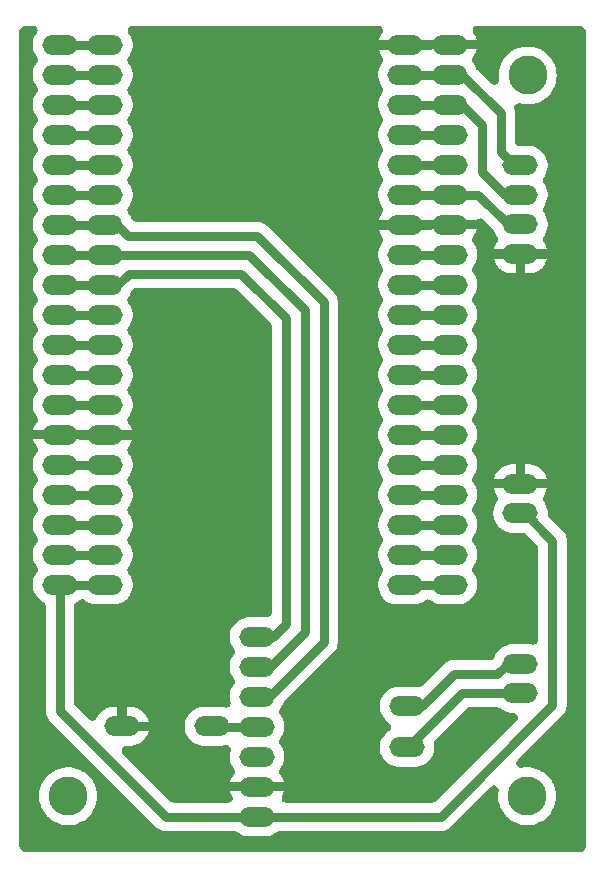
<source format=gbr>
G04 #@! TF.GenerationSoftware,KiCad,Pcbnew,8.0.1-8.0.1-0~ubuntu20.04.1*
G04 #@! TF.CreationDate,2024-10-06T11:07:13+02:00*
G04 #@! TF.ProjectId,multiroomroom_board,6d756c74-6972-46f6-9f6d-726f6f6d5f62,rev?*
G04 #@! TF.SameCoordinates,Original*
G04 #@! TF.FileFunction,Copper,L2,Bot*
G04 #@! TF.FilePolarity,Positive*
%FSLAX46Y46*%
G04 Gerber Fmt 4.6, Leading zero omitted, Abs format (unit mm)*
G04 Created by KiCad (PCBNEW 8.0.1-8.0.1-0~ubuntu20.04.1) date 2024-10-06 11:07:13*
%MOMM*%
%LPD*%
G01*
G04 APERTURE LIST*
G04 #@! TA.AperFunction,ComponentPad*
%ADD10O,3.000000X1.700000*%
G04 #@! TD*
G04 #@! TA.AperFunction,ComponentPad*
%ADD11C,3.300000*%
G04 #@! TD*
G04 #@! TA.AperFunction,Conductor*
%ADD12C,0.800000*%
G04 #@! TD*
G04 APERTURE END LIST*
D10*
G04 #@! TO.P,U2,1,LRC*
G04 #@! TO.N,BCK*
X152146000Y-112739000D03*
G04 #@! TO.P,U2,2,BCLK*
G04 #@! TO.N,LRCK*
X152146000Y-115279000D03*
G04 #@! TO.P,U2,3,DIN*
G04 #@! TO.N,DIN*
X152146000Y-117819000D03*
G04 #@! TO.P,U2,4,GAIN*
G04 #@! TO.N,Net-(U2-GAIN)*
X152146000Y-120359000D03*
G04 #@! TO.P,U2,5,SD*
G04 #@! TO.N,unconnected-(U2-SD-Pad5)*
X152146000Y-122899000D03*
G04 #@! TO.P,U2,6,GND*
G04 #@! TO.N,GND*
X152146000Y-125439000D03*
G04 #@! TO.P,U2,7,VCC*
G04 #@! TO.N,+5V*
X152146000Y-127979000D03*
G04 #@! TO.P,U2,8,OUT-*
G04 #@! TO.N,Net-(J2-Pin_1)*
X164846000Y-118609000D03*
G04 #@! TO.P,U2,9,OUT+*
G04 #@! TO.N,Net-(J2-Pin_2)*
X164846000Y-122109000D03*
G04 #@! TD*
G04 #@! TO.P,J5,1,Pin_1*
G04 #@! TO.N,ENCODER B*
X174447200Y-72836400D03*
G04 #@! TO.P,J5,2,Pin_2*
G04 #@! TO.N,ENCODER A*
X174447200Y-75336400D03*
G04 #@! TO.P,J5,3,Pin_3*
G04 #@! TO.N,ENCODER SW*
X174447200Y-77836400D03*
G04 #@! TO.P,J5,4,Pin_4*
G04 #@! TO.N,GND*
X174447200Y-80336400D03*
G04 #@! TD*
D11*
G04 #@! TO.P,REF\u002A\u002A,*
G04 #@! TO.N,*
X175050000Y-65225000D03*
G04 #@! TD*
G04 #@! TO.P,REF\u002A\u002A,*
G04 #@! TO.N,*
X136144000Y-126238000D03*
G04 #@! TD*
D10*
G04 #@! TO.P,R1,1*
G04 #@! TO.N,GND*
X140707000Y-120325000D03*
G04 #@! TO.P,R1,2*
G04 #@! TO.N,Net-(U2-GAIN)*
X148327000Y-120325000D03*
G04 #@! TD*
D11*
G04 #@! TO.P,REF\u002A\u002A,*
G04 #@! TO.N,*
X175006000Y-126238000D03*
G04 #@! TD*
D10*
G04 #@! TO.P,U1,1,3V3*
G04 #@! TO.N,+3.3V*
X139297280Y-62639120D03*
G04 #@! TO.P,U1,2,CHIP_PU*
G04 #@! TO.N,EN*
X139297280Y-65179120D03*
G04 #@! TO.P,U1,3,SENSOR_VP/GPIO36/ADC1_CH0*
G04 #@! TO.N,SENSOR_VP*
X139297280Y-67719120D03*
G04 #@! TO.P,U1,4,SENSOR_VN/GPIO39/ADC1_CH3*
G04 #@! TO.N,SENSOR_VN*
X139297280Y-70259120D03*
G04 #@! TO.P,U1,5,VDET_1/GPIO34/ADC1_CH6*
G04 #@! TO.N,D34*
X139297280Y-72799120D03*
G04 #@! TO.P,U1,6,VDET_2/GPIO35/ADC1_CH7*
G04 #@! TO.N,D35*
X139297280Y-75339120D03*
G04 #@! TO.P,U1,7,32K_XP/GPIO32/ADC1_CH4*
G04 #@! TO.N,DIN*
X139297280Y-77879120D03*
G04 #@! TO.P,U1,8,32K_XN/GPIO33/ADC1_CH5*
G04 #@! TO.N,LRCK*
X139297280Y-80419120D03*
G04 #@! TO.P,U1,9,DAC_1/ADC2_CH8/GPIO25*
G04 #@! TO.N,BCK*
X139297280Y-82959120D03*
G04 #@! TO.P,U1,10,DAC_2/ADC2_CH9/GPIO26*
G04 #@! TO.N,D26*
X139297280Y-85499120D03*
G04 #@! TO.P,U1,11,ADC2_CH7/GPIO27*
G04 #@! TO.N,D27*
X139297280Y-88039120D03*
G04 #@! TO.P,U1,12,MTMS/GPIO14/ADC2_CH6*
G04 #@! TO.N,D14*
X139297280Y-90579120D03*
G04 #@! TO.P,U1,13,MTDI/GPIO12/ADC2_CH5*
G04 #@! TO.N,D12*
X139297280Y-93119120D03*
G04 #@! TO.P,U1,14,GND*
G04 #@! TO.N,GND*
X139297280Y-95659120D03*
G04 #@! TO.P,U1,15,MTCK/GPIO13/ADC2_CH4*
G04 #@! TO.N,D13*
X139297280Y-98199120D03*
G04 #@! TO.P,U1,16,SD_DATA2/GPIO9*
G04 #@! TO.N,SD2*
X139297280Y-100739120D03*
G04 #@! TO.P,U1,17,SD_DATA3/GPIO10*
G04 #@! TO.N,SD3*
X139297280Y-103279120D03*
G04 #@! TO.P,U1,18,CMD*
G04 #@! TO.N,CMD*
X139297280Y-105819120D03*
G04 #@! TO.P,U1,19,5V*
G04 #@! TO.N,+5V*
X139297280Y-108359120D03*
G04 #@! TO.P,U1,20,SD_CLK/GPIO6*
G04 #@! TO.N,CLK*
X164693600Y-108356400D03*
G04 #@! TO.P,U1,21,SD_DATA0/GPIO7*
G04 #@! TO.N,SD0*
X164693600Y-105816400D03*
G04 #@! TO.P,U1,22,SD_DATA1/GPIO8*
G04 #@! TO.N,SD1*
X164697280Y-103279120D03*
G04 #@! TO.P,U1,23,MTDO/GPIO15/ADC2_CH3*
G04 #@! TO.N,D15*
X164697280Y-100739120D03*
G04 #@! TO.P,U1,24,ADC2_CH2/GPIO2*
G04 #@! TO.N,D2*
X164697280Y-98199120D03*
G04 #@! TO.P,U1,25,GPIO0/BOOT/ADC2_CH1*
G04 #@! TO.N,D0*
X164697280Y-95659120D03*
G04 #@! TO.P,U1,26,ADC2_CH0/GPIO4*
G04 #@! TO.N,DISLAY CS*
X164697280Y-93119120D03*
G04 #@! TO.P,U1,27,GPIO16*
G04 #@! TO.N,D16*
X164697280Y-90579120D03*
G04 #@! TO.P,U1,28,GPIO17*
G04 #@! TO.N,D17*
X164697280Y-88039120D03*
G04 #@! TO.P,U1,29,GPIO5*
G04 #@! TO.N,DISLAY DC*
X164697280Y-85499120D03*
G04 #@! TO.P,U1,30,GPIO18*
G04 #@! TO.N,DISPLAY CLK*
X164697280Y-82959120D03*
G04 #@! TO.P,U1,31,GPIO19*
G04 #@! TO.N,DISPLAY DATA*
X164697280Y-80419120D03*
G04 #@! TO.P,U1,32,GND*
G04 #@! TO.N,GND*
X164697280Y-77879120D03*
G04 #@! TO.P,U1,33,GPIO21*
G04 #@! TO.N,ENCODER SW*
X164697280Y-75339120D03*
G04 #@! TO.P,U1,34,U0RXD/GPIO3*
G04 #@! TO.N,RX*
X164697280Y-72799120D03*
G04 #@! TO.P,U1,35,U0TXD/GPIO1*
G04 #@! TO.N,TX*
X164697280Y-70259120D03*
G04 #@! TO.P,U1,36,GPIO22*
G04 #@! TO.N,ENCODER A*
X164697280Y-67719120D03*
G04 #@! TO.P,U1,37,GPIO23*
G04 #@! TO.N,ENCODER B*
X164697280Y-65179120D03*
G04 #@! TO.P,U1,38,GND*
G04 #@! TO.N,GND*
X164697280Y-62639120D03*
G04 #@! TD*
G04 #@! TO.P,J2,1,Pin_1*
G04 #@! TO.N,Net-(J2-Pin_1)*
X174447200Y-115025000D03*
G04 #@! TO.P,J2,2,Pin_2*
G04 #@! TO.N,Net-(J2-Pin_2)*
X174447200Y-117525000D03*
G04 #@! TD*
G04 #@! TO.P,J7,1,Pin_1*
G04 #@! TO.N,GND*
X168485000Y-62611880D03*
G04 #@! TO.P,J7,2,Pin_2*
G04 #@! TO.N,ENCODER B*
X168485000Y-65151880D03*
G04 #@! TO.P,J7,3,Pin_3*
G04 #@! TO.N,ENCODER A*
X168485000Y-67691880D03*
G04 #@! TO.P,J7,4,Pin_4*
G04 #@! TO.N,TX*
X168485000Y-70231880D03*
G04 #@! TO.P,J7,5,Pin_5*
G04 #@! TO.N,RX*
X168485000Y-72771880D03*
G04 #@! TO.P,J7,6,Pin_6*
G04 #@! TO.N,ENCODER SW*
X168485000Y-75311880D03*
G04 #@! TO.P,J7,7,Pin_7*
G04 #@! TO.N,GND*
X168485000Y-77851880D03*
G04 #@! TO.P,J7,8,Pin_8*
G04 #@! TO.N,DISPLAY DATA*
X168485000Y-80391880D03*
G04 #@! TO.P,J7,9,Pin_9*
G04 #@! TO.N,DISPLAY CLK*
X168485000Y-82931880D03*
G04 #@! TO.P,J7,10,Pin_10*
G04 #@! TO.N,DISLAY DC*
X168485000Y-85471880D03*
G04 #@! TO.P,J7,11,Pin_11*
G04 #@! TO.N,D17*
X168485000Y-88011880D03*
G04 #@! TO.P,J7,12,Pin_12*
G04 #@! TO.N,D16*
X168485000Y-90551880D03*
G04 #@! TO.P,J7,13,Pin_13*
G04 #@! TO.N,DISLAY CS*
X168485000Y-93091880D03*
G04 #@! TO.P,J7,14,Pin_14*
G04 #@! TO.N,D0*
X168485000Y-95631880D03*
G04 #@! TO.P,J7,15,Pin_15*
G04 #@! TO.N,D2*
X168485000Y-98171880D03*
G04 #@! TO.P,J7,16,Pin_16*
G04 #@! TO.N,D15*
X168485000Y-100711880D03*
G04 #@! TO.P,J7,17,Pin_17*
G04 #@! TO.N,SD1*
X168485000Y-103251880D03*
G04 #@! TO.P,J7,18,Pin_18*
G04 #@! TO.N,SD0*
X168485000Y-105791880D03*
G04 #@! TO.P,J7,19,Pin_19*
G04 #@! TO.N,CLK*
X168485000Y-108331880D03*
G04 #@! TD*
G04 #@! TO.P,J1,1,Pin_1*
G04 #@! TO.N,GND*
X174447200Y-99775000D03*
G04 #@! TO.P,J1,2,Pin_2*
G04 #@! TO.N,+5V*
X174447200Y-102275000D03*
G04 #@! TD*
G04 #@! TO.P,J6,1,Pin_1*
G04 #@! TO.N,+3.3V*
X135465000Y-62616880D03*
G04 #@! TO.P,J6,2,Pin_2*
G04 #@! TO.N,EN*
X135465000Y-65156880D03*
G04 #@! TO.P,J6,3,Pin_3*
G04 #@! TO.N,SENSOR_VP*
X135465000Y-67696880D03*
G04 #@! TO.P,J6,4,Pin_4*
G04 #@! TO.N,SENSOR_VN*
X135465000Y-70236880D03*
G04 #@! TO.P,J6,5,Pin_5*
G04 #@! TO.N,D34*
X135465000Y-72776880D03*
G04 #@! TO.P,J6,6,Pin_6*
G04 #@! TO.N,D35*
X135465000Y-75316880D03*
G04 #@! TO.P,J6,7,Pin_7*
G04 #@! TO.N,DIN*
X135465000Y-77856880D03*
G04 #@! TO.P,J6,8,Pin_8*
G04 #@! TO.N,LRCK*
X135465000Y-80396880D03*
G04 #@! TO.P,J6,9,Pin_9*
G04 #@! TO.N,BCK*
X135465000Y-82936880D03*
G04 #@! TO.P,J6,10,Pin_10*
G04 #@! TO.N,D26*
X135465000Y-85476880D03*
G04 #@! TO.P,J6,11,Pin_11*
G04 #@! TO.N,D27*
X135465000Y-88016880D03*
G04 #@! TO.P,J6,12,Pin_12*
G04 #@! TO.N,D14*
X135465000Y-90556880D03*
G04 #@! TO.P,J6,13,Pin_13*
G04 #@! TO.N,D12*
X135465000Y-93096880D03*
G04 #@! TO.P,J6,14,Pin_14*
G04 #@! TO.N,GND*
X135465000Y-95636880D03*
G04 #@! TO.P,J6,15,Pin_15*
G04 #@! TO.N,D13*
X135465000Y-98176880D03*
G04 #@! TO.P,J6,16,Pin_16*
G04 #@! TO.N,SD2*
X135465000Y-100716880D03*
G04 #@! TO.P,J6,17,Pin_17*
G04 #@! TO.N,SD3*
X135465000Y-103256880D03*
G04 #@! TO.P,J6,18,Pin_18*
G04 #@! TO.N,CMD*
X135465000Y-105796880D03*
G04 #@! TO.P,J6,19,Pin_19*
G04 #@! TO.N,+5V*
X135465000Y-108336880D03*
G04 #@! TD*
D12*
G04 #@! TO.N,ENCODER SW*
X164675000Y-75311880D02*
X168485000Y-75311880D01*
X173398062Y-77836400D02*
X170873542Y-75311880D01*
X174447200Y-77836400D02*
X173398062Y-77836400D01*
X170873542Y-75311880D02*
X168485000Y-75311880D01*
G04 #@! TO.N,D12*
X139270000Y-93096880D02*
X139275000Y-93091880D01*
X135465000Y-93096880D02*
X139270000Y-93096880D01*
G04 #@! TO.N,DISPLAY CLK*
X164675000Y-82931880D02*
X168485000Y-82931880D01*
G04 #@! TO.N,D14*
X135465000Y-90556880D02*
X139270000Y-90556880D01*
X139270000Y-90556880D02*
X139275000Y-90551880D01*
G04 #@! TO.N,SENSOR_VN*
X135465000Y-70236880D02*
X139270000Y-70236880D01*
X139270000Y-70236880D02*
X139275000Y-70231880D01*
G04 #@! TO.N,DISLAY CS*
X168485000Y-93091880D02*
X164675000Y-93091880D01*
G04 #@! TO.N,ENCODER B*
X169494138Y-65151880D02*
X172785000Y-68442742D01*
X172785000Y-68442742D02*
X172785000Y-71693000D01*
X173928400Y-72836400D02*
X174447200Y-72836400D01*
X168485000Y-65151880D02*
X169494138Y-65151880D01*
X172785000Y-71693000D02*
X173928400Y-72836400D01*
X164675000Y-65151880D02*
X168485000Y-65151880D01*
X173856880Y-72771880D02*
X174800000Y-72771880D01*
G04 #@! TO.N,SENSOR_VP*
X135465000Y-67696880D02*
X139270000Y-67696880D01*
X139270000Y-67696880D02*
X139275000Y-67691880D01*
G04 #@! TO.N,DISPLAY DATA*
X164675000Y-80391880D02*
X168485000Y-80391880D01*
G04 #@! TO.N,EN*
X139270000Y-65156880D02*
X139275000Y-65151880D01*
X135465000Y-65156880D02*
X139270000Y-65156880D01*
G04 #@! TO.N,D34*
X139270000Y-72776880D02*
X139275000Y-72771880D01*
X135465000Y-72776880D02*
X139270000Y-72776880D01*
G04 #@! TO.N,D13*
X135465000Y-98176880D02*
X139270000Y-98176880D01*
X139270000Y-98176880D02*
X139275000Y-98171880D01*
G04 #@! TO.N,ENCODER A*
X169494138Y-67691880D02*
X168485000Y-67691880D01*
X173160804Y-75336400D02*
X171185000Y-73360596D01*
X171185000Y-69382742D02*
X169494138Y-67691880D01*
X174447200Y-75336400D02*
X173160804Y-75336400D01*
X171185000Y-73360596D02*
X171185000Y-69382742D01*
X164675000Y-67691880D02*
X168485000Y-67691880D01*
G04 #@! TO.N,D35*
X139270000Y-75316880D02*
X139275000Y-75311880D01*
X135465000Y-75316880D02*
X139270000Y-75316880D01*
G04 #@! TO.N,+5V*
X167677000Y-127979000D02*
X177147200Y-118508800D01*
X144503000Y-127979000D02*
X167677000Y-127979000D01*
X177147200Y-118508800D02*
X177147200Y-104597200D01*
X177147200Y-104597200D02*
X174825000Y-102275000D01*
X135465000Y-108336880D02*
X135465000Y-119015000D01*
X135465000Y-108336880D02*
X139270000Y-108336880D01*
X144466000Y-128016000D02*
X144503000Y-127979000D01*
X135465000Y-119015000D02*
X144466000Y-128016000D01*
X139270000Y-108336880D02*
X139275000Y-108331880D01*
G04 #@! TO.N,DISLAY DC*
X164675000Y-85471880D02*
X168485000Y-85471880D01*
G04 #@! TO.N,Net-(J2-Pin_1)*
X168816396Y-115925000D02*
X172498062Y-115925000D01*
X173398062Y-115025000D02*
X174447200Y-115025000D01*
X172498062Y-115925000D02*
X173398062Y-115025000D01*
X164846000Y-118609000D02*
X166132396Y-118609000D01*
X166132396Y-118609000D02*
X168816396Y-115925000D01*
G04 #@! TO.N,+3.3V*
X135465000Y-62616880D02*
X139270000Y-62616880D01*
X139270000Y-62616880D02*
X139275000Y-62611880D01*
G04 #@! TO.N,D27*
X135465000Y-88016880D02*
X139270000Y-88016880D01*
X139270000Y-88016880D02*
X139275000Y-88011880D01*
G04 #@! TO.N,D26*
X135465000Y-85476880D02*
X139270000Y-85476880D01*
X139270000Y-85476880D02*
X139275000Y-85471880D01*
G04 #@! TO.N,CMD*
X139270000Y-105796880D02*
X139275000Y-105791880D01*
X135465000Y-105796880D02*
X139270000Y-105796880D01*
G04 #@! TO.N,D2*
X168485000Y-98171880D02*
X164675000Y-98171880D01*
G04 #@! TO.N,DIN*
X141224138Y-78791880D02*
X140284138Y-77851880D01*
X140284138Y-77851880D02*
X139275000Y-77851880D01*
X152146000Y-117819000D02*
X153155138Y-117819000D01*
X139270000Y-77856880D02*
X135465000Y-77856880D01*
X157775000Y-113199138D02*
X157775000Y-84425000D01*
X152141880Y-78791880D02*
X141224138Y-78791880D01*
X153155138Y-117819000D02*
X157775000Y-113199138D01*
X139275000Y-77851880D02*
X139270000Y-77856880D01*
X157775000Y-84425000D02*
X152141880Y-78791880D01*
G04 #@! TO.N,LRCK*
X153199000Y-115279000D02*
X156175000Y-112303000D01*
X156175000Y-112303000D02*
X156175000Y-85087742D01*
X151479138Y-80391880D02*
X139275000Y-80391880D01*
X156175000Y-85087742D02*
X151479138Y-80391880D01*
X139275000Y-80391880D02*
X139270000Y-80396880D01*
X139270000Y-80396880D02*
X135465000Y-80396880D01*
X152146000Y-115279000D02*
X153199000Y-115279000D01*
G04 #@! TO.N,BCK*
X135465000Y-82936880D02*
X139270000Y-82936880D01*
X150816396Y-81991880D02*
X154575000Y-85750484D01*
X139297280Y-82959120D02*
X140306418Y-82959120D01*
X154575000Y-111640258D02*
X153476258Y-112739000D01*
X140306418Y-82959120D02*
X141273658Y-81991880D01*
X154575000Y-85750484D02*
X154575000Y-111640258D01*
X141273658Y-81991880D02*
X150816396Y-81991880D01*
X139270000Y-82936880D02*
X139275000Y-82931880D01*
X153476258Y-112739000D02*
X152146000Y-112739000D01*
G04 #@! TO.N,SD0*
X168482280Y-105789160D02*
X168485000Y-105791880D01*
X164671320Y-105789160D02*
X168482280Y-105789160D01*
G04 #@! TO.N,CLK*
X168482280Y-108329160D02*
X168485000Y-108331880D01*
X164671320Y-108329160D02*
X168482280Y-108329160D01*
G04 #@! TO.N,SD1*
X164675000Y-103251880D02*
X168485000Y-103251880D01*
G04 #@! TO.N,TX*
X164675000Y-70231880D02*
X168485000Y-70231880D01*
G04 #@! TO.N,RX*
X164675000Y-72771880D02*
X168485000Y-72771880D01*
G04 #@! TO.N,D15*
X164675000Y-100711880D02*
X168485000Y-100711880D01*
G04 #@! TO.N,D16*
X164675000Y-90551880D02*
X168485000Y-90551880D01*
G04 #@! TO.N,D17*
X168485000Y-88011880D02*
X164675000Y-88011880D01*
G04 #@! TO.N,D0*
X164675000Y-95631880D02*
X168485000Y-95631880D01*
G04 #@! TO.N,SD2*
X135465000Y-100716880D02*
X139270000Y-100716880D01*
X139270000Y-100716880D02*
X139275000Y-100711880D01*
G04 #@! TO.N,SD3*
X135465000Y-103256880D02*
X139270000Y-103256880D01*
X139270000Y-103256880D02*
X139275000Y-103251880D01*
G04 #@! TO.N,Net-(J2-Pin_2)*
X169479138Y-117525000D02*
X164895138Y-122109000D01*
X164895138Y-122109000D02*
X164846000Y-122109000D01*
X174447200Y-117525000D02*
X169479138Y-117525000D01*
G04 #@! TO.N,Net-(U2-GAIN)*
X152425862Y-120325000D02*
X152459862Y-120359000D01*
X148361000Y-120359000D02*
X148327000Y-120325000D01*
X152146000Y-120359000D02*
X148361000Y-120359000D01*
G04 #@! TD*
G04 #@! TA.AperFunction,Conductor*
G04 #@! TO.N,GND*
G36*
X133289818Y-61019528D02*
G01*
X133401046Y-61076202D01*
X133489318Y-61164474D01*
X133545992Y-61275702D01*
X133565520Y-61399000D01*
X133545992Y-61522298D01*
X133489318Y-61633526D01*
X133403365Y-61751829D01*
X133285422Y-61983304D01*
X133285421Y-61983307D01*
X133205140Y-62230385D01*
X133184820Y-62358685D01*
X133164500Y-62486983D01*
X133164500Y-62746777D01*
X133175012Y-62813146D01*
X133205140Y-63003374D01*
X133285421Y-63250452D01*
X133285422Y-63250455D01*
X133403365Y-63481930D01*
X133527185Y-63652354D01*
X133583859Y-63763583D01*
X133603387Y-63886881D01*
X133583858Y-64010179D01*
X133527185Y-64121406D01*
X133403365Y-64291829D01*
X133285422Y-64523304D01*
X133285421Y-64523307D01*
X133205140Y-64770385D01*
X133184820Y-64898685D01*
X133164500Y-65026983D01*
X133164500Y-65286777D01*
X133194980Y-65479224D01*
X133205140Y-65543374D01*
X133285421Y-65790452D01*
X133285422Y-65790455D01*
X133403365Y-66021930D01*
X133527185Y-66192354D01*
X133583859Y-66303583D01*
X133603387Y-66426881D01*
X133583858Y-66550179D01*
X133527185Y-66661406D01*
X133403365Y-66831829D01*
X133285422Y-67063304D01*
X133285421Y-67063307D01*
X133205140Y-67310385D01*
X133184820Y-67438685D01*
X133164500Y-67566983D01*
X133164500Y-67826777D01*
X133188523Y-67978457D01*
X133205140Y-68083374D01*
X133285421Y-68330452D01*
X133285422Y-68330455D01*
X133403365Y-68561930D01*
X133527185Y-68732354D01*
X133583859Y-68843583D01*
X133603387Y-68966881D01*
X133583858Y-69090179D01*
X133527185Y-69201406D01*
X133403365Y-69371829D01*
X133285422Y-69603304D01*
X133285421Y-69603307D01*
X133205140Y-69850385D01*
X133184820Y-69978685D01*
X133164500Y-70106983D01*
X133164500Y-70366777D01*
X133194980Y-70559224D01*
X133205140Y-70623374D01*
X133285421Y-70870452D01*
X133285422Y-70870455D01*
X133403365Y-71101930D01*
X133527185Y-71272354D01*
X133583859Y-71383583D01*
X133603387Y-71506881D01*
X133583858Y-71630179D01*
X133527185Y-71741406D01*
X133403365Y-71911829D01*
X133285422Y-72143304D01*
X133285421Y-72143307D01*
X133205140Y-72390385D01*
X133195713Y-72449905D01*
X133164500Y-72646983D01*
X133164500Y-72906777D01*
X133173927Y-72966297D01*
X133205140Y-73163374D01*
X133285421Y-73410452D01*
X133285422Y-73410455D01*
X133403365Y-73641930D01*
X133527185Y-73812354D01*
X133583859Y-73923583D01*
X133603387Y-74046881D01*
X133583858Y-74170179D01*
X133527185Y-74281406D01*
X133403365Y-74451829D01*
X133285422Y-74683304D01*
X133285421Y-74683307D01*
X133205140Y-74930385D01*
X133184820Y-75058685D01*
X133164500Y-75186983D01*
X133164500Y-75446777D01*
X133194980Y-75639224D01*
X133205140Y-75703374D01*
X133285421Y-75950452D01*
X133285422Y-75950455D01*
X133403365Y-76181930D01*
X133527185Y-76352354D01*
X133583859Y-76463583D01*
X133603387Y-76586881D01*
X133583858Y-76710179D01*
X133527185Y-76821406D01*
X133403365Y-76991829D01*
X133285422Y-77223304D01*
X133285421Y-77223307D01*
X133205140Y-77470385D01*
X133185977Y-77591380D01*
X133164500Y-77726983D01*
X133164500Y-77986777D01*
X133178016Y-78072113D01*
X133205140Y-78243374D01*
X133285421Y-78490452D01*
X133285422Y-78490455D01*
X133403365Y-78721930D01*
X133527185Y-78892354D01*
X133583859Y-79003583D01*
X133603387Y-79126881D01*
X133583858Y-79250179D01*
X133527185Y-79361406D01*
X133403365Y-79531829D01*
X133285422Y-79763304D01*
X133285421Y-79763307D01*
X133205140Y-80010385D01*
X133184820Y-80138685D01*
X133164500Y-80266983D01*
X133164500Y-80526777D01*
X133182972Y-80643407D01*
X133205140Y-80783374D01*
X133285421Y-81030452D01*
X133285422Y-81030455D01*
X133403365Y-81261930D01*
X133527185Y-81432354D01*
X133583859Y-81543583D01*
X133603387Y-81666881D01*
X133583858Y-81790179D01*
X133527185Y-81901406D01*
X133403365Y-82071829D01*
X133285422Y-82303304D01*
X133285421Y-82303307D01*
X133205140Y-82550385D01*
X133184820Y-82678685D01*
X133164500Y-82806983D01*
X133164500Y-83066777D01*
X133184393Y-83192380D01*
X133205140Y-83323374D01*
X133285421Y-83570452D01*
X133285422Y-83570455D01*
X133403365Y-83801930D01*
X133527185Y-83972354D01*
X133583859Y-84083583D01*
X133603387Y-84206881D01*
X133583858Y-84330179D01*
X133527185Y-84441406D01*
X133403365Y-84611829D01*
X133285422Y-84843304D01*
X133285421Y-84843307D01*
X133205140Y-85090385D01*
X133184820Y-85218685D01*
X133164500Y-85346983D01*
X133164500Y-85606777D01*
X133194980Y-85799224D01*
X133205140Y-85863374D01*
X133285421Y-86110452D01*
X133285422Y-86110455D01*
X133403365Y-86341930D01*
X133527185Y-86512354D01*
X133583859Y-86623583D01*
X133603387Y-86746881D01*
X133583858Y-86870179D01*
X133527185Y-86981406D01*
X133403365Y-87151829D01*
X133285422Y-87383304D01*
X133285421Y-87383307D01*
X133205140Y-87630385D01*
X133184820Y-87758685D01*
X133164500Y-87886983D01*
X133164500Y-88146777D01*
X133194980Y-88339224D01*
X133205140Y-88403374D01*
X133285421Y-88650452D01*
X133285422Y-88650455D01*
X133403365Y-88881930D01*
X133527185Y-89052354D01*
X133583859Y-89163583D01*
X133603387Y-89286881D01*
X133583858Y-89410179D01*
X133527185Y-89521406D01*
X133403365Y-89691829D01*
X133285422Y-89923304D01*
X133285421Y-89923307D01*
X133205140Y-90170385D01*
X133184820Y-90298685D01*
X133164500Y-90426983D01*
X133164500Y-90686777D01*
X133194980Y-90879224D01*
X133205140Y-90943374D01*
X133285421Y-91190452D01*
X133285422Y-91190455D01*
X133403365Y-91421930D01*
X133527185Y-91592354D01*
X133583859Y-91703583D01*
X133603387Y-91826881D01*
X133583858Y-91950179D01*
X133527185Y-92061406D01*
X133403365Y-92231829D01*
X133285422Y-92463304D01*
X133285421Y-92463307D01*
X133205140Y-92710385D01*
X133184820Y-92838685D01*
X133164500Y-92966983D01*
X133164500Y-93226777D01*
X133194980Y-93419224D01*
X133205140Y-93483374D01*
X133285421Y-93730452D01*
X133285422Y-93730455D01*
X133403365Y-93961930D01*
X133527494Y-94132779D01*
X133584168Y-94244008D01*
X133603696Y-94367305D01*
X133584167Y-94490603D01*
X133527496Y-94601828D01*
X133403796Y-94772089D01*
X133403792Y-94772094D01*
X133285886Y-95003495D01*
X133210056Y-95236880D01*
X135157894Y-95236880D01*
X135064901Y-95329873D01*
X134999075Y-95443887D01*
X134965000Y-95571054D01*
X134965000Y-95702706D01*
X134999075Y-95829873D01*
X135064901Y-95943887D01*
X135157894Y-96036880D01*
X133210056Y-96036880D01*
X133285886Y-96270264D01*
X133403792Y-96501665D01*
X133403797Y-96501672D01*
X133527495Y-96671930D01*
X133584168Y-96783159D01*
X133603696Y-96906457D01*
X133584167Y-97029754D01*
X133527495Y-97140979D01*
X133403365Y-97311830D01*
X133285422Y-97543304D01*
X133285421Y-97543307D01*
X133205140Y-97790385D01*
X133184820Y-97918685D01*
X133164500Y-98046983D01*
X133164500Y-98306777D01*
X133194980Y-98499224D01*
X133205140Y-98563374D01*
X133285421Y-98810452D01*
X133285422Y-98810455D01*
X133403365Y-99041930D01*
X133527185Y-99212354D01*
X133583859Y-99323583D01*
X133603387Y-99446881D01*
X133583858Y-99570179D01*
X133527185Y-99681406D01*
X133403365Y-99851829D01*
X133285422Y-100083304D01*
X133285421Y-100083307D01*
X133205140Y-100330385D01*
X133192787Y-100408384D01*
X133164500Y-100586983D01*
X133164500Y-100846777D01*
X133173132Y-100901276D01*
X133205140Y-101103374D01*
X133285421Y-101350452D01*
X133285422Y-101350455D01*
X133403365Y-101581930D01*
X133527185Y-101752354D01*
X133583859Y-101863583D01*
X133603387Y-101986881D01*
X133583858Y-102110179D01*
X133527185Y-102221406D01*
X133403365Y-102391829D01*
X133285422Y-102623304D01*
X133285421Y-102623307D01*
X133205140Y-102870385D01*
X133199092Y-102908572D01*
X133164500Y-103126983D01*
X133164500Y-103386777D01*
X133187807Y-103533932D01*
X133205140Y-103643374D01*
X133285421Y-103890452D01*
X133285422Y-103890455D01*
X133403365Y-104121930D01*
X133527185Y-104292354D01*
X133583859Y-104403583D01*
X133603387Y-104526881D01*
X133583858Y-104650179D01*
X133527185Y-104761406D01*
X133403365Y-104931829D01*
X133285422Y-105163304D01*
X133285421Y-105163307D01*
X133205140Y-105410385D01*
X133184820Y-105538685D01*
X133164500Y-105666983D01*
X133164500Y-105926777D01*
X133194980Y-106119224D01*
X133205140Y-106183374D01*
X133285421Y-106430452D01*
X133285422Y-106430455D01*
X133403365Y-106661930D01*
X133527185Y-106832354D01*
X133583859Y-106943583D01*
X133603387Y-107066881D01*
X133583858Y-107190179D01*
X133527185Y-107301406D01*
X133403365Y-107471829D01*
X133285422Y-107703304D01*
X133285421Y-107703307D01*
X133205140Y-107950385D01*
X133184820Y-108078685D01*
X133164500Y-108206983D01*
X133164500Y-108466777D01*
X133194980Y-108659224D01*
X133205140Y-108723374D01*
X133285421Y-108970452D01*
X133285422Y-108970455D01*
X133403365Y-109201930D01*
X133419524Y-109224171D01*
X133556069Y-109412109D01*
X133739771Y-109595811D01*
X133949949Y-109748514D01*
X134046645Y-109797783D01*
X134147635Y-109871157D01*
X134221011Y-109972151D01*
X134259588Y-110090875D01*
X134264500Y-110153293D01*
X134264500Y-118920519D01*
X134264500Y-119109481D01*
X134294060Y-119296118D01*
X134294061Y-119296123D01*
X134352452Y-119475830D01*
X134438241Y-119644201D01*
X134549306Y-119797069D01*
X134549310Y-119797074D01*
X143683926Y-128931690D01*
X143836801Y-129042760D01*
X144005168Y-129128547D01*
X144184882Y-129186940D01*
X144371518Y-129216500D01*
X144371519Y-129216500D01*
X144371521Y-129216500D01*
X144560478Y-129216500D01*
X144560481Y-129216500D01*
X144747118Y-129186940D01*
X144747122Y-129186938D01*
X144762601Y-129184487D01*
X144762981Y-129186888D01*
X144825330Y-129179500D01*
X150210705Y-129179500D01*
X150334003Y-129199028D01*
X150445230Y-129255701D01*
X150630949Y-129390634D01*
X150862428Y-129508579D01*
X151109507Y-129588860D01*
X151366103Y-129629500D01*
X151366106Y-129629500D01*
X152925894Y-129629500D01*
X152925897Y-129629500D01*
X153182493Y-129588860D01*
X153429572Y-129508579D01*
X153661051Y-129390634D01*
X153846769Y-129255701D01*
X153957997Y-129199028D01*
X154081295Y-129179500D01*
X167771478Y-129179500D01*
X167771481Y-129179500D01*
X167958118Y-129149940D01*
X168137832Y-129091547D01*
X168306199Y-129005760D01*
X168459074Y-128894690D01*
X171923192Y-125430571D01*
X172024179Y-125357201D01*
X172142904Y-125318625D01*
X172267738Y-125318625D01*
X172386463Y-125357201D01*
X172487457Y-125430577D01*
X172560833Y-125531571D01*
X172599409Y-125650296D01*
X172599409Y-125775130D01*
X172597254Y-125787477D01*
X172570016Y-125930261D01*
X172570016Y-125930263D01*
X172570016Y-125930264D01*
X172550655Y-126238000D01*
X172570016Y-126545736D01*
X172627794Y-126848619D01*
X172674527Y-126992451D01*
X172723077Y-127141872D01*
X172854367Y-127420875D01*
X173019582Y-127681213D01*
X173216129Y-127918798D01*
X173336898Y-128032207D01*
X173440904Y-128129876D01*
X173440907Y-128129878D01*
X173440908Y-128129879D01*
X173440913Y-128129884D01*
X173690348Y-128311108D01*
X173690354Y-128311112D01*
X173690360Y-128311116D01*
X173960565Y-128459663D01*
X173960567Y-128459664D01*
X174200326Y-128554591D01*
X174247257Y-128573172D01*
X174545914Y-128649854D01*
X174851828Y-128688500D01*
X174851832Y-128688500D01*
X175160168Y-128688500D01*
X175160172Y-128688500D01*
X175466086Y-128649854D01*
X175764743Y-128573172D01*
X176051435Y-128459663D01*
X176321640Y-128311116D01*
X176324354Y-128309143D01*
X176571086Y-128129884D01*
X176571088Y-128129881D01*
X176571096Y-128129876D01*
X176795869Y-127918799D01*
X176992416Y-127681216D01*
X177157635Y-127420871D01*
X177288922Y-127141873D01*
X177384206Y-126848619D01*
X177441984Y-126545736D01*
X177461345Y-126238000D01*
X177441984Y-125930264D01*
X177384206Y-125627381D01*
X177288922Y-125334127D01*
X177157635Y-125055129D01*
X177147336Y-125038901D01*
X177083938Y-124939000D01*
X176992416Y-124794784D01*
X176914661Y-124700795D01*
X176795870Y-124557201D01*
X176632672Y-124403948D01*
X176571096Y-124346124D01*
X176571092Y-124346121D01*
X176571091Y-124346120D01*
X176571086Y-124346115D01*
X176321651Y-124164891D01*
X176321645Y-124164887D01*
X176308992Y-124157931D01*
X176208874Y-124102890D01*
X176051432Y-124016335D01*
X175764752Y-123902831D01*
X175764750Y-123902830D01*
X175764744Y-123902828D01*
X175764743Y-123902828D01*
X175466086Y-123826146D01*
X175160172Y-123787500D01*
X174851828Y-123787500D01*
X174723261Y-123803741D01*
X174536569Y-123827326D01*
X174411796Y-123823404D01*
X174294341Y-123781118D01*
X174195703Y-123704606D01*
X174125536Y-123601357D01*
X174090708Y-123481479D01*
X174094630Y-123356706D01*
X174136916Y-123239251D01*
X174204419Y-123149344D01*
X178062890Y-119290874D01*
X178173960Y-119137999D01*
X178259747Y-118969632D01*
X178318140Y-118789918D01*
X178347700Y-118603282D01*
X178347700Y-118414319D01*
X178347700Y-104502719D01*
X178318140Y-104316082D01*
X178259747Y-104136368D01*
X178173960Y-103968001D01*
X178133778Y-103912695D01*
X178062891Y-103815128D01*
X176864564Y-102616801D01*
X176791188Y-102515807D01*
X176752612Y-102397082D01*
X176747700Y-102334665D01*
X176747700Y-102145105D01*
X176745691Y-102132418D01*
X176707060Y-101888507D01*
X176626779Y-101641428D01*
X176508834Y-101409949D01*
X176399235Y-101259099D01*
X176342562Y-101147871D01*
X176323034Y-101024574D01*
X176342563Y-100901276D01*
X176399235Y-100790049D01*
X176508406Y-100639785D01*
X176508407Y-100639785D01*
X176626313Y-100408384D01*
X176702144Y-100175000D01*
X174754306Y-100175000D01*
X174847299Y-100082007D01*
X174913125Y-99967993D01*
X174947200Y-99840826D01*
X174947200Y-99709174D01*
X174913125Y-99582007D01*
X174847299Y-99467993D01*
X174754305Y-99374999D01*
X174847200Y-99374999D01*
X174847201Y-99375000D01*
X176702144Y-99375000D01*
X176626313Y-99141615D01*
X176508406Y-98910214D01*
X176355752Y-98700101D01*
X176172098Y-98516447D01*
X175961985Y-98363793D01*
X175961980Y-98363790D01*
X175730584Y-98245887D01*
X175730579Y-98245885D01*
X175483577Y-98165629D01*
X175227055Y-98125000D01*
X174847201Y-98125000D01*
X174847200Y-98125001D01*
X174847200Y-99374999D01*
X174754305Y-99374999D01*
X174754207Y-99374901D01*
X174640193Y-99309075D01*
X174513026Y-99275000D01*
X174381374Y-99275000D01*
X174254207Y-99309075D01*
X174140193Y-99374901D01*
X174047101Y-99467993D01*
X173981275Y-99582007D01*
X173947200Y-99709174D01*
X173947200Y-99840826D01*
X173981275Y-99967993D01*
X174047101Y-100082007D01*
X174140094Y-100175000D01*
X172192256Y-100175000D01*
X172268086Y-100408384D01*
X172385992Y-100639784D01*
X172495165Y-100790050D01*
X172551838Y-100901279D01*
X172571365Y-101024577D01*
X172551836Y-101147875D01*
X172495164Y-101259099D01*
X172385565Y-101409950D01*
X172267622Y-101641424D01*
X172267621Y-101641427D01*
X172187340Y-101888505D01*
X172171759Y-101986881D01*
X172146700Y-102145103D01*
X172146700Y-102404897D01*
X172164266Y-102515807D01*
X172187340Y-102661494D01*
X172267621Y-102908572D01*
X172267622Y-102908575D01*
X172385565Y-103140050D01*
X172385566Y-103140051D01*
X172538269Y-103350229D01*
X172721971Y-103533931D01*
X172932149Y-103686634D01*
X173163628Y-103804579D01*
X173410707Y-103884860D01*
X173667303Y-103925500D01*
X174612465Y-103925500D01*
X174735763Y-103945028D01*
X174846991Y-104001702D01*
X174894600Y-104042364D01*
X175829835Y-104977598D01*
X175903212Y-105078592D01*
X175941788Y-105197316D01*
X175946700Y-105259734D01*
X175946700Y-113021304D01*
X175927172Y-113144602D01*
X175870498Y-113255830D01*
X175782226Y-113344102D01*
X175670998Y-113400776D01*
X175547700Y-113420304D01*
X175485284Y-113415392D01*
X175393000Y-113400776D01*
X175227097Y-113374500D01*
X173667303Y-113374500D01*
X173513345Y-113398884D01*
X173410705Y-113415140D01*
X173163627Y-113495421D01*
X173163624Y-113495422D01*
X172932149Y-113613365D01*
X172721973Y-113766067D01*
X172538267Y-113949773D01*
X172385565Y-114159949D01*
X172267623Y-114391422D01*
X172267618Y-114391436D01*
X172265335Y-114398463D01*
X172261980Y-114405045D01*
X172261622Y-114405912D01*
X172261553Y-114405883D01*
X172208660Y-114509691D01*
X172168003Y-114557294D01*
X172117665Y-114607633D01*
X172016673Y-114681010D01*
X171897948Y-114719587D01*
X171835527Y-114724500D01*
X168910877Y-114724500D01*
X168721914Y-114724500D01*
X168535278Y-114754060D01*
X168535272Y-114754061D01*
X168355565Y-114812452D01*
X168187194Y-114898241D01*
X168034326Y-115009306D01*
X168034317Y-115009314D01*
X166166094Y-116877535D01*
X166065101Y-116950911D01*
X165946376Y-116989487D01*
X165821545Y-116989487D01*
X165625897Y-116958500D01*
X164066103Y-116958500D01*
X163912145Y-116982884D01*
X163809505Y-116999140D01*
X163562427Y-117079421D01*
X163562424Y-117079422D01*
X163330949Y-117197365D01*
X163120773Y-117350067D01*
X162937067Y-117533773D01*
X162784365Y-117743949D01*
X162666422Y-117975424D01*
X162666421Y-117975427D01*
X162586140Y-118222505D01*
X162586140Y-118222507D01*
X162545500Y-118479103D01*
X162545500Y-118738897D01*
X162573133Y-118913366D01*
X162586140Y-118995494D01*
X162666421Y-119242572D01*
X162666422Y-119242575D01*
X162784365Y-119474050D01*
X162857346Y-119574500D01*
X162937069Y-119684229D01*
X163120771Y-119867931D01*
X163199320Y-119925000D01*
X163343631Y-120029848D01*
X163342581Y-120031292D01*
X163422884Y-120099880D01*
X163488106Y-120206322D01*
X163517244Y-120327708D01*
X163507445Y-120452158D01*
X163459669Y-120567488D01*
X163378593Y-120662411D01*
X163343469Y-120687929D01*
X163343631Y-120688152D01*
X163120773Y-120850067D01*
X162937067Y-121033773D01*
X162784365Y-121243949D01*
X162666422Y-121475424D01*
X162666421Y-121475427D01*
X162586140Y-121722505D01*
X162571628Y-121814133D01*
X162545500Y-121979103D01*
X162545500Y-122238897D01*
X162557012Y-122311583D01*
X162586140Y-122495494D01*
X162666421Y-122742572D01*
X162666422Y-122742575D01*
X162679939Y-122769103D01*
X162784366Y-122974051D01*
X162937069Y-123184229D01*
X163120771Y-123367931D01*
X163330949Y-123520634D01*
X163562428Y-123638579D01*
X163809507Y-123718860D01*
X164066103Y-123759500D01*
X164066106Y-123759500D01*
X165625894Y-123759500D01*
X165625897Y-123759500D01*
X165882493Y-123718860D01*
X166129572Y-123638579D01*
X166361051Y-123520634D01*
X166571229Y-123367931D01*
X166754931Y-123184229D01*
X166907634Y-122974051D01*
X167025579Y-122742572D01*
X167105860Y-122495493D01*
X167146500Y-122238897D01*
X167146500Y-121979103D01*
X167120370Y-121814127D01*
X167120370Y-121689298D01*
X167158946Y-121570573D01*
X167232322Y-121469579D01*
X167232323Y-121469578D01*
X169859539Y-118842364D01*
X169960532Y-118768988D01*
X170079257Y-118730412D01*
X170141674Y-118725500D01*
X172511905Y-118725500D01*
X172635203Y-118745028D01*
X172746430Y-118801701D01*
X172932149Y-118936634D01*
X173163628Y-119054579D01*
X173410707Y-119134860D01*
X173667303Y-119175500D01*
X173819464Y-119175500D01*
X173942762Y-119195028D01*
X174053990Y-119251702D01*
X174142262Y-119339974D01*
X174198936Y-119451202D01*
X174218464Y-119574500D01*
X174198936Y-119697798D01*
X174142262Y-119809026D01*
X174101600Y-119856636D01*
X167296600Y-126661636D01*
X167195606Y-126735012D01*
X167076881Y-126773588D01*
X167014464Y-126778500D01*
X154616438Y-126778500D01*
X154493140Y-126758972D01*
X154381912Y-126702298D01*
X154293640Y-126614026D01*
X154236966Y-126502798D01*
X154217438Y-126379500D01*
X154236966Y-126256202D01*
X154260927Y-126198357D01*
X154325112Y-126072387D01*
X154400944Y-125839000D01*
X152453106Y-125839000D01*
X152546099Y-125746007D01*
X152611925Y-125631993D01*
X152646000Y-125504826D01*
X152646000Y-125373174D01*
X152611925Y-125246007D01*
X152546099Y-125131993D01*
X152453106Y-125039000D01*
X154400944Y-125039000D01*
X154325113Y-124805615D01*
X154207207Y-124574214D01*
X154207202Y-124574207D01*
X154083504Y-124403949D01*
X154026831Y-124292721D01*
X154007303Y-124169423D01*
X154026832Y-124046125D01*
X154083504Y-123934900D01*
X154207634Y-123764051D01*
X154325579Y-123532572D01*
X154405860Y-123285493D01*
X154446500Y-123028897D01*
X154446500Y-122769103D01*
X154405860Y-122512507D01*
X154325579Y-122265428D01*
X154207634Y-122033949D01*
X154083814Y-121863525D01*
X154027141Y-121752298D01*
X154007612Y-121629001D01*
X154027140Y-121505703D01*
X154083812Y-121394476D01*
X154207634Y-121224051D01*
X154325579Y-120992572D01*
X154405860Y-120745493D01*
X154446500Y-120488897D01*
X154446500Y-120229103D01*
X154405860Y-119972507D01*
X154325579Y-119725428D01*
X154207634Y-119493949D01*
X154083814Y-119323525D01*
X154027141Y-119212298D01*
X154007612Y-119089001D01*
X154027140Y-118965703D01*
X154083812Y-118854476D01*
X154207634Y-118684051D01*
X154325579Y-118452572D01*
X154347116Y-118386286D01*
X154403788Y-118275061D01*
X154444445Y-118227455D01*
X158690689Y-113981212D01*
X158692660Y-113978500D01*
X158714098Y-113948992D01*
X158773403Y-113867368D01*
X158780143Y-113858090D01*
X158801760Y-113828338D01*
X158887547Y-113659970D01*
X158897772Y-113628500D01*
X158945940Y-113480256D01*
X158975500Y-113293619D01*
X158975500Y-84330519D01*
X158945940Y-84143882D01*
X158887547Y-83964168D01*
X158801760Y-83795801D01*
X158690690Y-83642927D01*
X158557073Y-83509310D01*
X152923954Y-77876190D01*
X152923950Y-77876187D01*
X152923949Y-77876186D01*
X152771081Y-77765121D01*
X152602710Y-77679332D01*
X152423003Y-77620941D01*
X152422999Y-77620940D01*
X152422998Y-77620940D01*
X152236361Y-77591380D01*
X152236358Y-77591380D01*
X141886673Y-77591380D01*
X141763375Y-77571852D01*
X141652147Y-77515178D01*
X141604541Y-77474519D01*
X141593343Y-77463321D01*
X141519969Y-77362330D01*
X141496010Y-77304487D01*
X141483322Y-77265440D01*
X141476859Y-77245548D01*
X141358914Y-77014069D01*
X141235094Y-76843645D01*
X141178421Y-76732418D01*
X141158892Y-76609121D01*
X141178420Y-76485823D01*
X141235092Y-76374596D01*
X141358914Y-76204171D01*
X141476859Y-75972692D01*
X141557140Y-75725613D01*
X141597780Y-75469017D01*
X141597780Y-75209223D01*
X141557140Y-74952627D01*
X141476859Y-74705548D01*
X141358914Y-74474069D01*
X141235094Y-74303645D01*
X141178421Y-74192418D01*
X141158892Y-74069121D01*
X141178420Y-73945823D01*
X141235092Y-73834596D01*
X141358914Y-73664171D01*
X141476859Y-73432692D01*
X141557140Y-73185613D01*
X141597780Y-72929017D01*
X141597780Y-72669223D01*
X141557140Y-72412627D01*
X141476859Y-72165548D01*
X141358914Y-71934069D01*
X141235094Y-71763645D01*
X141178421Y-71652418D01*
X141158892Y-71529121D01*
X141178420Y-71405823D01*
X141235092Y-71294596D01*
X141358914Y-71124171D01*
X141476859Y-70892692D01*
X141557140Y-70645613D01*
X141597780Y-70389017D01*
X141597780Y-70129223D01*
X141557140Y-69872627D01*
X141476859Y-69625548D01*
X141358914Y-69394069D01*
X141235094Y-69223645D01*
X141178421Y-69112418D01*
X141158892Y-68989121D01*
X141178420Y-68865823D01*
X141235092Y-68754596D01*
X141358914Y-68584171D01*
X141476859Y-68352692D01*
X141557140Y-68105613D01*
X141597780Y-67849017D01*
X141597780Y-67589223D01*
X141557140Y-67332627D01*
X141476859Y-67085548D01*
X141358914Y-66854069D01*
X141235094Y-66683645D01*
X141178421Y-66572418D01*
X141158892Y-66449121D01*
X141178420Y-66325823D01*
X141235092Y-66214596D01*
X141358914Y-66044171D01*
X141476859Y-65812692D01*
X141557140Y-65565613D01*
X141597780Y-65309017D01*
X141597780Y-65049223D01*
X141557140Y-64792627D01*
X141476859Y-64545548D01*
X141358914Y-64314069D01*
X141235094Y-64143645D01*
X141178421Y-64032418D01*
X141158892Y-63909121D01*
X141178420Y-63785823D01*
X141235092Y-63674596D01*
X141358914Y-63504171D01*
X141476859Y-63272692D01*
X141557140Y-63025613D01*
X141597780Y-62769017D01*
X141597780Y-62509223D01*
X141557140Y-62252627D01*
X141476859Y-62005548D01*
X141358914Y-61774069D01*
X141339316Y-61747094D01*
X141256804Y-61633526D01*
X141200130Y-61522297D01*
X141180602Y-61398999D01*
X141200131Y-61275701D01*
X141256805Y-61164473D01*
X141345076Y-61076202D01*
X141456305Y-61019528D01*
X141579602Y-61000000D01*
X162415577Y-61000000D01*
X162538875Y-61019528D01*
X162650103Y-61076202D01*
X162738375Y-61164474D01*
X162795049Y-61275702D01*
X162814577Y-61399000D01*
X162795049Y-61522298D01*
X162738376Y-61633525D01*
X162636073Y-61774334D01*
X162636072Y-61774334D01*
X162518166Y-62005735D01*
X162442336Y-62239120D01*
X164390174Y-62239120D01*
X164297181Y-62332113D01*
X164231355Y-62446127D01*
X164197280Y-62573294D01*
X164197280Y-62704946D01*
X164231355Y-62832113D01*
X164297181Y-62946127D01*
X164390174Y-63039120D01*
X162442336Y-63039120D01*
X162518166Y-63272504D01*
X162636072Y-63503905D01*
X162636077Y-63503912D01*
X162759775Y-63674170D01*
X162816448Y-63785399D01*
X162835976Y-63908697D01*
X162816447Y-64031994D01*
X162759775Y-64143219D01*
X162635645Y-64314070D01*
X162517702Y-64545544D01*
X162517701Y-64545547D01*
X162437420Y-64792625D01*
X162437420Y-64792627D01*
X162400303Y-65026983D01*
X162396780Y-65049225D01*
X162396780Y-65309014D01*
X162437420Y-65565614D01*
X162517701Y-65812692D01*
X162517702Y-65812695D01*
X162635645Y-66044170D01*
X162759465Y-66214594D01*
X162816139Y-66325823D01*
X162835667Y-66449121D01*
X162816138Y-66572419D01*
X162759465Y-66683646D01*
X162635645Y-66854069D01*
X162517702Y-67085544D01*
X162517701Y-67085547D01*
X162437420Y-67332625D01*
X162437420Y-67332627D01*
X162400303Y-67566983D01*
X162396780Y-67589225D01*
X162396780Y-67849014D01*
X162437420Y-68105614D01*
X162517701Y-68352692D01*
X162517702Y-68352695D01*
X162635645Y-68584170D01*
X162759465Y-68754594D01*
X162816139Y-68865823D01*
X162835667Y-68989121D01*
X162816138Y-69112419D01*
X162759465Y-69223646D01*
X162635645Y-69394069D01*
X162517702Y-69625544D01*
X162517701Y-69625547D01*
X162437420Y-69872625D01*
X162437420Y-69872627D01*
X162400303Y-70106983D01*
X162396780Y-70129225D01*
X162396780Y-70389014D01*
X162437420Y-70645614D01*
X162517701Y-70892692D01*
X162517702Y-70892695D01*
X162635645Y-71124170D01*
X162759465Y-71294594D01*
X162816139Y-71405823D01*
X162835667Y-71529121D01*
X162816138Y-71652419D01*
X162759465Y-71763646D01*
X162635645Y-71934069D01*
X162517702Y-72165544D01*
X162517701Y-72165547D01*
X162437420Y-72412625D01*
X162417100Y-72540925D01*
X162396780Y-72669223D01*
X162396780Y-72929017D01*
X162427260Y-73121464D01*
X162437420Y-73185614D01*
X162517701Y-73432692D01*
X162517702Y-73432695D01*
X162635645Y-73664170D01*
X162759465Y-73834594D01*
X162816139Y-73945823D01*
X162835667Y-74069121D01*
X162816138Y-74192419D01*
X162759465Y-74303646D01*
X162635645Y-74474069D01*
X162517702Y-74705544D01*
X162517701Y-74705547D01*
X162437420Y-74952625D01*
X162437420Y-74952627D01*
X162397211Y-75206505D01*
X162396780Y-75209225D01*
X162396780Y-75469014D01*
X162437420Y-75725614D01*
X162517701Y-75972692D01*
X162517702Y-75972695D01*
X162635645Y-76204170D01*
X162759774Y-76375019D01*
X162816448Y-76486248D01*
X162835976Y-76609545D01*
X162816447Y-76732843D01*
X162759776Y-76844068D01*
X162636076Y-77014329D01*
X162636072Y-77014334D01*
X162518166Y-77245735D01*
X162442336Y-77479120D01*
X164390174Y-77479120D01*
X164297181Y-77572113D01*
X164231355Y-77686127D01*
X164197280Y-77813294D01*
X164197280Y-77944946D01*
X164231355Y-78072113D01*
X164297181Y-78186127D01*
X164390174Y-78279120D01*
X162442336Y-78279120D01*
X162518166Y-78512504D01*
X162636072Y-78743905D01*
X162636077Y-78743912D01*
X162759775Y-78914170D01*
X162816448Y-79025399D01*
X162835976Y-79148697D01*
X162816447Y-79271994D01*
X162759775Y-79383219D01*
X162635645Y-79554070D01*
X162517702Y-79785544D01*
X162517701Y-79785547D01*
X162437420Y-80032625D01*
X162417100Y-80160925D01*
X162400303Y-80266983D01*
X162396780Y-80289225D01*
X162396780Y-80549014D01*
X162437420Y-80805614D01*
X162517701Y-81052692D01*
X162517702Y-81052695D01*
X162635645Y-81284170D01*
X162759465Y-81454594D01*
X162816139Y-81565823D01*
X162835667Y-81689121D01*
X162816138Y-81812419D01*
X162759465Y-81923646D01*
X162635645Y-82094069D01*
X162517702Y-82325544D01*
X162517701Y-82325547D01*
X162437420Y-82572625D01*
X162437420Y-82572627D01*
X162400303Y-82806983D01*
X162396780Y-82829225D01*
X162396780Y-83089014D01*
X162437420Y-83345614D01*
X162517701Y-83592692D01*
X162517702Y-83592695D01*
X162635645Y-83824170D01*
X162759465Y-83994594D01*
X162816139Y-84105823D01*
X162835667Y-84229121D01*
X162816138Y-84352419D01*
X162759465Y-84463646D01*
X162635645Y-84634069D01*
X162517702Y-84865544D01*
X162517701Y-84865547D01*
X162437420Y-85112625D01*
X162437420Y-85112627D01*
X162400303Y-85346983D01*
X162396780Y-85369225D01*
X162396780Y-85629014D01*
X162437420Y-85885614D01*
X162517701Y-86132692D01*
X162517702Y-86132695D01*
X162635645Y-86364170D01*
X162759465Y-86534594D01*
X162816139Y-86645823D01*
X162835667Y-86769121D01*
X162816138Y-86892419D01*
X162759465Y-87003646D01*
X162635645Y-87174069D01*
X162517702Y-87405544D01*
X162517701Y-87405547D01*
X162437420Y-87652625D01*
X162437420Y-87652627D01*
X162400303Y-87886983D01*
X162396780Y-87909225D01*
X162396780Y-88169014D01*
X162437420Y-88425614D01*
X162517701Y-88672692D01*
X162517702Y-88672695D01*
X162635645Y-88904170D01*
X162759465Y-89074594D01*
X162816139Y-89185823D01*
X162835667Y-89309121D01*
X162816138Y-89432419D01*
X162759465Y-89543646D01*
X162635645Y-89714069D01*
X162517702Y-89945544D01*
X162517701Y-89945547D01*
X162437420Y-90192625D01*
X162437420Y-90192627D01*
X162400303Y-90426983D01*
X162396780Y-90449225D01*
X162396780Y-90709014D01*
X162437420Y-90965614D01*
X162517701Y-91212692D01*
X162517702Y-91212695D01*
X162635645Y-91444170D01*
X162759465Y-91614594D01*
X162816139Y-91725823D01*
X162835667Y-91849121D01*
X162816138Y-91972419D01*
X162759465Y-92083646D01*
X162635645Y-92254069D01*
X162517702Y-92485544D01*
X162517701Y-92485547D01*
X162437420Y-92732625D01*
X162437420Y-92732627D01*
X162400303Y-92966983D01*
X162396780Y-92989225D01*
X162396780Y-93249014D01*
X162437420Y-93505614D01*
X162517701Y-93752692D01*
X162517702Y-93752695D01*
X162635645Y-93984170D01*
X162759465Y-94154594D01*
X162816139Y-94265823D01*
X162835667Y-94389121D01*
X162816138Y-94512419D01*
X162759465Y-94623646D01*
X162635645Y-94794069D01*
X162517702Y-95025544D01*
X162517701Y-95025547D01*
X162437420Y-95272625D01*
X162437420Y-95272627D01*
X162396780Y-95529223D01*
X162396780Y-95789017D01*
X162421309Y-95943887D01*
X162437420Y-96045614D01*
X162517701Y-96292692D01*
X162517702Y-96292695D01*
X162635645Y-96524170D01*
X162759465Y-96694594D01*
X162816139Y-96805823D01*
X162835667Y-96929121D01*
X162816138Y-97052419D01*
X162759465Y-97163646D01*
X162635645Y-97334069D01*
X162517702Y-97565544D01*
X162517701Y-97565547D01*
X162437420Y-97812625D01*
X162437420Y-97812627D01*
X162396780Y-98069223D01*
X162396780Y-98329017D01*
X162402288Y-98363793D01*
X162437420Y-98585614D01*
X162517701Y-98832692D01*
X162517702Y-98832695D01*
X162635645Y-99064170D01*
X162759465Y-99234594D01*
X162816139Y-99345823D01*
X162835667Y-99469121D01*
X162816138Y-99592419D01*
X162759465Y-99703646D01*
X162635645Y-99874069D01*
X162517702Y-100105544D01*
X162517701Y-100105547D01*
X162437420Y-100352625D01*
X162437420Y-100352627D01*
X162396780Y-100609223D01*
X162396780Y-100869017D01*
X162401890Y-100901279D01*
X162437420Y-101125614D01*
X162517701Y-101372692D01*
X162517702Y-101372695D01*
X162635645Y-101604170D01*
X162759465Y-101774594D01*
X162816139Y-101885823D01*
X162835667Y-102009121D01*
X162816138Y-102132419D01*
X162759465Y-102243646D01*
X162635645Y-102414069D01*
X162517702Y-102645544D01*
X162517701Y-102645547D01*
X162437420Y-102892625D01*
X162434894Y-102908575D01*
X162400303Y-103126983D01*
X162396780Y-103149225D01*
X162396780Y-103409014D01*
X162437420Y-103665614D01*
X162517701Y-103912692D01*
X162517702Y-103912695D01*
X162635645Y-104144170D01*
X162756637Y-104310701D01*
X162813311Y-104421929D01*
X162832839Y-104545227D01*
X162813310Y-104668525D01*
X162756637Y-104779752D01*
X162631968Y-104951344D01*
X162631967Y-104951346D01*
X162514022Y-105182824D01*
X162514021Y-105182827D01*
X162433740Y-105429905D01*
X162433309Y-105432627D01*
X162393100Y-105686503D01*
X162393100Y-105946297D01*
X162393531Y-105949017D01*
X162433740Y-106202894D01*
X162514021Y-106449972D01*
X162514022Y-106449975D01*
X162631965Y-106681450D01*
X162755785Y-106851874D01*
X162812459Y-106963103D01*
X162831987Y-107086401D01*
X162812458Y-107209699D01*
X162755785Y-107320926D01*
X162631965Y-107491349D01*
X162514022Y-107722824D01*
X162514021Y-107722827D01*
X162433740Y-107969905D01*
X162433309Y-107972627D01*
X162393100Y-108226503D01*
X162393100Y-108486297D01*
X162393531Y-108489017D01*
X162433740Y-108742894D01*
X162514021Y-108989972D01*
X162514022Y-108989975D01*
X162622020Y-109201931D01*
X162631966Y-109221451D01*
X162784669Y-109431629D01*
X162968371Y-109615331D01*
X163178549Y-109768034D01*
X163410028Y-109885979D01*
X163657107Y-109966260D01*
X163913703Y-110006900D01*
X163913706Y-110006900D01*
X165473494Y-110006900D01*
X165473497Y-110006900D01*
X165730093Y-109966260D01*
X165977172Y-109885979D01*
X166208651Y-109768034D01*
X166371650Y-109649608D01*
X166482875Y-109592936D01*
X166606173Y-109573407D01*
X166729471Y-109592935D01*
X166840699Y-109649609D01*
X166840700Y-109649609D01*
X166969949Y-109743514D01*
X167201428Y-109861459D01*
X167448507Y-109941740D01*
X167705103Y-109982380D01*
X167705106Y-109982380D01*
X169264894Y-109982380D01*
X169264897Y-109982380D01*
X169521493Y-109941740D01*
X169768572Y-109861459D01*
X170000051Y-109743514D01*
X170210229Y-109590811D01*
X170393931Y-109407109D01*
X170546634Y-109196931D01*
X170664579Y-108965452D01*
X170744860Y-108718373D01*
X170785500Y-108461777D01*
X170785500Y-108201983D01*
X170744860Y-107945387D01*
X170664579Y-107698308D01*
X170546634Y-107466829D01*
X170422814Y-107296405D01*
X170366141Y-107185178D01*
X170346612Y-107061881D01*
X170366140Y-106938583D01*
X170422812Y-106827356D01*
X170546634Y-106656931D01*
X170664579Y-106425452D01*
X170744860Y-106178373D01*
X170785500Y-105921777D01*
X170785500Y-105661983D01*
X170744860Y-105405387D01*
X170664579Y-105158308D01*
X170546634Y-104926829D01*
X170422814Y-104756405D01*
X170366141Y-104645178D01*
X170346612Y-104521881D01*
X170366140Y-104398583D01*
X170422812Y-104287356D01*
X170546634Y-104116931D01*
X170664579Y-103885452D01*
X170744860Y-103638373D01*
X170785500Y-103381777D01*
X170785500Y-103121983D01*
X170744860Y-102865387D01*
X170664579Y-102618308D01*
X170546634Y-102386829D01*
X170422814Y-102216405D01*
X170366141Y-102105178D01*
X170346612Y-101981881D01*
X170366140Y-101858583D01*
X170422812Y-101747356D01*
X170546634Y-101576931D01*
X170664579Y-101345452D01*
X170744860Y-101098373D01*
X170785500Y-100841777D01*
X170785500Y-100581983D01*
X170744860Y-100325387D01*
X170664579Y-100078308D01*
X170546634Y-99846829D01*
X170422814Y-99676405D01*
X170366141Y-99565178D01*
X170346612Y-99441881D01*
X170357205Y-99375000D01*
X172192256Y-99375000D01*
X174047199Y-99375000D01*
X174047200Y-99374999D01*
X174047200Y-98125001D01*
X174047199Y-98125000D01*
X173667345Y-98125000D01*
X173410822Y-98165629D01*
X173163820Y-98245885D01*
X173163815Y-98245887D01*
X172932419Y-98363790D01*
X172932414Y-98363793D01*
X172722301Y-98516447D01*
X172538647Y-98700101D01*
X172385993Y-98910214D01*
X172385992Y-98910214D01*
X172268086Y-99141615D01*
X172192256Y-99375000D01*
X170357205Y-99375000D01*
X170366140Y-99318583D01*
X170422812Y-99207356D01*
X170546634Y-99036931D01*
X170664579Y-98805452D01*
X170744860Y-98558373D01*
X170785500Y-98301777D01*
X170785500Y-98041983D01*
X170744860Y-97785387D01*
X170664579Y-97538308D01*
X170546634Y-97306829D01*
X170422814Y-97136405D01*
X170366141Y-97025178D01*
X170346612Y-96901881D01*
X170366140Y-96778583D01*
X170422812Y-96667356D01*
X170546634Y-96496931D01*
X170664579Y-96265452D01*
X170744860Y-96018373D01*
X170785500Y-95761777D01*
X170785500Y-95501983D01*
X170744860Y-95245387D01*
X170664579Y-94998308D01*
X170546634Y-94766829D01*
X170422814Y-94596405D01*
X170366141Y-94485178D01*
X170346612Y-94361881D01*
X170366140Y-94238583D01*
X170422812Y-94127356D01*
X170546634Y-93956931D01*
X170664579Y-93725452D01*
X170744860Y-93478373D01*
X170785500Y-93221777D01*
X170785500Y-92961983D01*
X170744860Y-92705387D01*
X170664579Y-92458308D01*
X170546634Y-92226829D01*
X170422814Y-92056405D01*
X170366141Y-91945178D01*
X170346612Y-91821881D01*
X170366140Y-91698583D01*
X170422812Y-91587356D01*
X170546634Y-91416931D01*
X170664579Y-91185452D01*
X170744860Y-90938373D01*
X170785500Y-90681777D01*
X170785500Y-90421983D01*
X170744860Y-90165387D01*
X170664579Y-89918308D01*
X170546634Y-89686829D01*
X170422814Y-89516405D01*
X170366141Y-89405178D01*
X170346612Y-89281881D01*
X170366140Y-89158583D01*
X170422812Y-89047356D01*
X170546634Y-88876931D01*
X170664579Y-88645452D01*
X170744860Y-88398373D01*
X170785500Y-88141777D01*
X170785500Y-87881983D01*
X170744860Y-87625387D01*
X170664579Y-87378308D01*
X170546634Y-87146829D01*
X170422814Y-86976405D01*
X170366141Y-86865178D01*
X170346612Y-86741881D01*
X170366140Y-86618583D01*
X170422812Y-86507356D01*
X170546634Y-86336931D01*
X170664579Y-86105452D01*
X170744860Y-85858373D01*
X170785500Y-85601777D01*
X170785500Y-85341983D01*
X170744860Y-85085387D01*
X170664579Y-84838308D01*
X170546634Y-84606829D01*
X170422814Y-84436405D01*
X170366141Y-84325178D01*
X170346612Y-84201881D01*
X170366140Y-84078583D01*
X170422812Y-83967356D01*
X170546634Y-83796931D01*
X170664579Y-83565452D01*
X170744860Y-83318373D01*
X170785500Y-83061777D01*
X170785500Y-82801983D01*
X170744860Y-82545387D01*
X170664579Y-82298308D01*
X170546634Y-82066829D01*
X170422814Y-81896405D01*
X170366141Y-81785178D01*
X170346612Y-81661881D01*
X170366140Y-81538583D01*
X170422812Y-81427356D01*
X170546634Y-81256931D01*
X170664579Y-81025452D01*
X170744860Y-80778373D01*
X170751508Y-80736400D01*
X172192256Y-80736400D01*
X172268086Y-80969784D01*
X172385993Y-81201185D01*
X172538647Y-81411298D01*
X172722301Y-81594952D01*
X172932414Y-81747606D01*
X172932419Y-81747609D01*
X173163815Y-81865512D01*
X173163820Y-81865514D01*
X173410822Y-81945770D01*
X173667345Y-81986400D01*
X174047199Y-81986400D01*
X174047200Y-81986399D01*
X174847200Y-81986399D01*
X174847201Y-81986400D01*
X175227055Y-81986400D01*
X175483577Y-81945770D01*
X175730579Y-81865514D01*
X175730584Y-81865512D01*
X175961980Y-81747609D01*
X175961985Y-81747606D01*
X176172098Y-81594952D01*
X176355752Y-81411298D01*
X176508406Y-81201185D01*
X176508407Y-81201185D01*
X176626313Y-80969784D01*
X176702144Y-80736400D01*
X174847201Y-80736400D01*
X174847200Y-80736401D01*
X174847200Y-81986399D01*
X174047200Y-81986399D01*
X174047200Y-80736401D01*
X174047199Y-80736400D01*
X172192256Y-80736400D01*
X170751508Y-80736400D01*
X170785500Y-80521777D01*
X170785500Y-80261983D01*
X170744860Y-80005387D01*
X170664579Y-79758308D01*
X170546634Y-79526829D01*
X170422504Y-79355979D01*
X170365831Y-79244752D01*
X170346303Y-79121454D01*
X170365831Y-78998156D01*
X170422504Y-78886929D01*
X170546206Y-78716665D01*
X170546207Y-78716665D01*
X170664113Y-78485264D01*
X170739944Y-78251880D01*
X168792106Y-78251880D01*
X168885099Y-78158887D01*
X168950925Y-78044873D01*
X168985000Y-77917706D01*
X168985000Y-77786054D01*
X168950925Y-77658887D01*
X168885099Y-77544873D01*
X168792106Y-77451880D01*
X170752091Y-77451880D01*
X170795933Y-77408038D01*
X170907162Y-77351364D01*
X171030459Y-77331835D01*
X171153757Y-77351363D01*
X171264986Y-77408036D01*
X171312597Y-77448699D01*
X172168001Y-78304103D01*
X172241377Y-78405097D01*
X172265333Y-78462932D01*
X172267619Y-78469969D01*
X172385565Y-78701450D01*
X172495163Y-78852299D01*
X172551837Y-78963528D01*
X172571365Y-79086826D01*
X172551836Y-79210124D01*
X172495165Y-79321348D01*
X172385996Y-79471609D01*
X172385992Y-79471614D01*
X172268086Y-79703015D01*
X172192256Y-79936400D01*
X174140094Y-79936400D01*
X174047101Y-80029393D01*
X173981275Y-80143407D01*
X173947200Y-80270574D01*
X173947200Y-80402226D01*
X173981275Y-80529393D01*
X174047101Y-80643407D01*
X174140193Y-80736499D01*
X174254207Y-80802325D01*
X174381374Y-80836400D01*
X174513026Y-80836400D01*
X174640193Y-80802325D01*
X174754207Y-80736499D01*
X174847299Y-80643407D01*
X174913125Y-80529393D01*
X174947200Y-80402226D01*
X174947200Y-80270574D01*
X174913125Y-80143407D01*
X174847299Y-80029393D01*
X174754306Y-79936400D01*
X176702144Y-79936400D01*
X176626313Y-79703015D01*
X176508407Y-79471614D01*
X176508402Y-79471607D01*
X176399235Y-79321349D01*
X176342562Y-79210120D01*
X176323034Y-79086822D01*
X176342563Y-78963525D01*
X176399236Y-78852299D01*
X176508834Y-78701451D01*
X176626779Y-78469972D01*
X176707060Y-78222893D01*
X176747700Y-77966297D01*
X176747700Y-77706503D01*
X176707060Y-77449907D01*
X176626779Y-77202828D01*
X176530601Y-77014068D01*
X176508836Y-76971352D01*
X176508834Y-76971349D01*
X176399542Y-76820921D01*
X176342872Y-76709698D01*
X176323343Y-76586400D01*
X176342871Y-76463103D01*
X176399545Y-76351874D01*
X176508834Y-76201451D01*
X176626779Y-75969972D01*
X176707060Y-75722893D01*
X176747700Y-75466297D01*
X176747700Y-75206503D01*
X176707060Y-74949907D01*
X176626779Y-74702828D01*
X176510220Y-74474069D01*
X176508836Y-74471352D01*
X176494652Y-74451829D01*
X176399542Y-74320921D01*
X176342872Y-74209698D01*
X176323343Y-74086400D01*
X176342871Y-73963103D01*
X176399545Y-73851874D01*
X176508834Y-73701451D01*
X176626779Y-73469972D01*
X176707060Y-73222893D01*
X176747700Y-72966297D01*
X176747700Y-72706503D01*
X176707060Y-72449907D01*
X176626779Y-72202828D01*
X176508834Y-71971349D01*
X176356131Y-71761171D01*
X176172429Y-71577469D01*
X176075271Y-71506880D01*
X175962250Y-71424765D01*
X175730775Y-71306822D01*
X175730772Y-71306821D01*
X175483694Y-71226540D01*
X175419544Y-71216380D01*
X175227097Y-71185900D01*
X175227094Y-71185900D01*
X174384500Y-71185900D01*
X174261202Y-71166372D01*
X174149974Y-71109698D01*
X174061702Y-71021426D01*
X174005028Y-70910198D01*
X173985500Y-70786900D01*
X173985500Y-68348263D01*
X173985500Y-68348261D01*
X173955940Y-68161624D01*
X173936486Y-68101753D01*
X173916958Y-67978457D01*
X173936486Y-67855160D01*
X173993159Y-67743931D01*
X174081430Y-67655659D01*
X174192658Y-67598984D01*
X174315956Y-67579455D01*
X174415181Y-67591990D01*
X174589914Y-67636854D01*
X174895828Y-67675500D01*
X174895832Y-67675500D01*
X175204168Y-67675500D01*
X175204172Y-67675500D01*
X175510086Y-67636854D01*
X175808743Y-67560172D01*
X176095435Y-67446663D01*
X176365640Y-67298116D01*
X176368354Y-67296143D01*
X176615086Y-67116884D01*
X176615088Y-67116881D01*
X176615096Y-67116876D01*
X176839869Y-66905799D01*
X177036416Y-66668216D01*
X177201635Y-66407871D01*
X177332922Y-66128873D01*
X177428206Y-65835619D01*
X177485984Y-65532736D01*
X177505345Y-65225000D01*
X177485984Y-64917264D01*
X177428206Y-64614381D01*
X177332922Y-64321127D01*
X177201635Y-64042129D01*
X177036416Y-63781784D01*
X176929342Y-63652354D01*
X176839870Y-63544201D01*
X176710720Y-63422921D01*
X176615096Y-63333124D01*
X176615092Y-63333121D01*
X176615091Y-63333120D01*
X176615086Y-63333115D01*
X176365651Y-63151891D01*
X176365645Y-63151887D01*
X176095432Y-63003335D01*
X175808752Y-62889831D01*
X175808750Y-62889830D01*
X175808744Y-62889828D01*
X175808743Y-62889828D01*
X175510086Y-62813146D01*
X175204172Y-62774500D01*
X174895828Y-62774500D01*
X174589914Y-62813146D01*
X174291249Y-62889830D01*
X174291247Y-62889831D01*
X174004567Y-63003335D01*
X173734354Y-63151887D01*
X173734348Y-63151891D01*
X173484913Y-63333115D01*
X173484908Y-63333120D01*
X173260129Y-63544201D01*
X173063582Y-63781786D01*
X172898367Y-64042124D01*
X172767077Y-64321127D01*
X172703010Y-64518307D01*
X172671794Y-64614381D01*
X172660098Y-64675695D01*
X172614016Y-64917263D01*
X172594655Y-65225000D01*
X172614016Y-65532740D01*
X172614018Y-65532750D01*
X172616443Y-65545464D01*
X172620360Y-65670237D01*
X172585528Y-65790114D01*
X172515357Y-65893360D01*
X172416715Y-65969868D01*
X172299259Y-66012150D01*
X172174486Y-66016067D01*
X172054609Y-65981235D01*
X171951363Y-65911064D01*
X171942372Y-65902350D01*
X170783451Y-64743428D01*
X170710075Y-64642435D01*
X170686116Y-64584591D01*
X170664579Y-64518307D01*
X170624258Y-64439174D01*
X170546634Y-64286829D01*
X170422504Y-64115979D01*
X170365831Y-64004752D01*
X170346303Y-63881454D01*
X170365831Y-63758156D01*
X170422504Y-63646929D01*
X170546206Y-63476665D01*
X170546207Y-63476665D01*
X170664113Y-63245264D01*
X170739944Y-63011880D01*
X168792106Y-63011880D01*
X168885099Y-62918887D01*
X168950925Y-62804873D01*
X168985000Y-62677706D01*
X168985000Y-62546054D01*
X168950925Y-62418887D01*
X168885099Y-62304873D01*
X168792106Y-62211880D01*
X170739944Y-62211880D01*
X170664113Y-61978495D01*
X170546207Y-61747094D01*
X170546202Y-61747087D01*
X170463695Y-61633524D01*
X170407022Y-61522295D01*
X170387494Y-61398997D01*
X170407023Y-61275700D01*
X170463698Y-61164472D01*
X170551970Y-61076201D01*
X170663199Y-61019528D01*
X170786494Y-61000000D01*
X179434728Y-61000000D01*
X179558026Y-61019528D01*
X179669254Y-61076202D01*
X179716864Y-61116864D01*
X179883136Y-61283136D01*
X179956512Y-61384130D01*
X179995088Y-61502855D01*
X180000000Y-61565272D01*
X180000000Y-130434728D01*
X179980472Y-130558026D01*
X179923798Y-130669254D01*
X179883136Y-130716864D01*
X179716864Y-130883136D01*
X179615870Y-130956512D01*
X179497145Y-130995088D01*
X179434728Y-131000000D01*
X132565272Y-131000000D01*
X132441974Y-130980472D01*
X132330746Y-130923798D01*
X132283136Y-130883136D01*
X132116864Y-130716864D01*
X132043488Y-130615870D01*
X132004912Y-130497145D01*
X132000000Y-130434728D01*
X132000000Y-126238000D01*
X133688655Y-126238000D01*
X133708016Y-126545736D01*
X133765794Y-126848619D01*
X133812527Y-126992451D01*
X133861077Y-127141872D01*
X133992367Y-127420875D01*
X134157582Y-127681213D01*
X134354129Y-127918798D01*
X134474898Y-128032207D01*
X134578904Y-128129876D01*
X134578907Y-128129878D01*
X134578908Y-128129879D01*
X134578913Y-128129884D01*
X134828348Y-128311108D01*
X134828354Y-128311112D01*
X134828360Y-128311116D01*
X135098565Y-128459663D01*
X135098567Y-128459664D01*
X135338326Y-128554591D01*
X135385257Y-128573172D01*
X135683914Y-128649854D01*
X135989828Y-128688500D01*
X135989832Y-128688500D01*
X136298168Y-128688500D01*
X136298172Y-128688500D01*
X136604086Y-128649854D01*
X136902743Y-128573172D01*
X137189435Y-128459663D01*
X137459640Y-128311116D01*
X137462354Y-128309143D01*
X137709086Y-128129884D01*
X137709088Y-128129881D01*
X137709096Y-128129876D01*
X137933869Y-127918799D01*
X138130416Y-127681216D01*
X138295635Y-127420871D01*
X138426922Y-127141873D01*
X138522206Y-126848619D01*
X138579984Y-126545736D01*
X138599345Y-126238000D01*
X138579984Y-125930264D01*
X138522206Y-125627381D01*
X138426922Y-125334127D01*
X138295635Y-125055129D01*
X138285336Y-125038901D01*
X138221938Y-124939000D01*
X138130416Y-124794784D01*
X138052661Y-124700795D01*
X137933870Y-124557201D01*
X137770672Y-124403948D01*
X137709096Y-124346124D01*
X137709092Y-124346121D01*
X137709091Y-124346120D01*
X137709086Y-124346115D01*
X137459651Y-124164891D01*
X137459645Y-124164887D01*
X137446992Y-124157931D01*
X137346874Y-124102890D01*
X137189432Y-124016335D01*
X136902752Y-123902831D01*
X136902750Y-123902830D01*
X136902744Y-123902828D01*
X136902743Y-123902828D01*
X136604086Y-123826146D01*
X136298172Y-123787500D01*
X135989828Y-123787500D01*
X135705619Y-123823404D01*
X135683914Y-123826146D01*
X135385249Y-123902830D01*
X135385247Y-123902831D01*
X135098567Y-124016335D01*
X134828354Y-124164887D01*
X134828348Y-124164891D01*
X134578913Y-124346115D01*
X134578908Y-124346120D01*
X134354129Y-124557201D01*
X134157582Y-124794786D01*
X133992367Y-125055124D01*
X133861077Y-125334127D01*
X133765794Y-125627382D01*
X133708017Y-125930261D01*
X133708016Y-125930264D01*
X133688655Y-126238000D01*
X132000000Y-126238000D01*
X132000000Y-61565272D01*
X132019528Y-61441974D01*
X132076202Y-61330746D01*
X132116864Y-61283136D01*
X132283136Y-61116864D01*
X132384130Y-61043488D01*
X132502855Y-61004912D01*
X132565272Y-61000000D01*
X133166520Y-61000000D01*
X133289818Y-61019528D01*
G37*
G04 #@! TD.AperFunction*
G04 #@! TA.AperFunction,Conductor*
G36*
X150277158Y-83211908D02*
G01*
X150388386Y-83268582D01*
X150435996Y-83309244D01*
X153257636Y-86130883D01*
X153331012Y-86231877D01*
X153369588Y-86350602D01*
X153374500Y-86413019D01*
X153374500Y-110692382D01*
X153354972Y-110815680D01*
X153298298Y-110926908D01*
X153210026Y-111015180D01*
X153098798Y-111071854D01*
X152975500Y-111091382D01*
X152941604Y-111088719D01*
X152941525Y-111089730D01*
X152925897Y-111088500D01*
X151366103Y-111088500D01*
X151212145Y-111112884D01*
X151109505Y-111129140D01*
X150862427Y-111209421D01*
X150862424Y-111209422D01*
X150630949Y-111327365D01*
X150420773Y-111480067D01*
X150237067Y-111663773D01*
X150084365Y-111873949D01*
X149966422Y-112105424D01*
X149966421Y-112105427D01*
X149886140Y-112352505D01*
X149886140Y-112352507D01*
X149845500Y-112609103D01*
X149845500Y-112868897D01*
X149875980Y-113061344D01*
X149886140Y-113125494D01*
X149966421Y-113372572D01*
X149966422Y-113372575D01*
X150084365Y-113604050D01*
X150208185Y-113774474D01*
X150264859Y-113885703D01*
X150284387Y-114009001D01*
X150264858Y-114132299D01*
X150208185Y-114243526D01*
X150084365Y-114413949D01*
X149966422Y-114645424D01*
X149966421Y-114645427D01*
X149886140Y-114892505D01*
X149845500Y-115149105D01*
X149845500Y-115408894D01*
X149886140Y-115665494D01*
X149966421Y-115912572D01*
X149966422Y-115912575D01*
X150084365Y-116144050D01*
X150208185Y-116314474D01*
X150264859Y-116425703D01*
X150284387Y-116549001D01*
X150264858Y-116672299D01*
X150208185Y-116783526D01*
X150084365Y-116953949D01*
X149966422Y-117185424D01*
X149966421Y-117185427D01*
X149886140Y-117432505D01*
X149886140Y-117432507D01*
X149845500Y-117689103D01*
X149845500Y-117948897D01*
X149886140Y-118205493D01*
X149886141Y-118205496D01*
X149890985Y-118220404D01*
X149910513Y-118343702D01*
X149890984Y-118467000D01*
X149834310Y-118578228D01*
X149746038Y-118666500D01*
X149634810Y-118723173D01*
X149511512Y-118742701D01*
X149388217Y-118723173D01*
X149363498Y-118715141D01*
X149363494Y-118715140D01*
X149363493Y-118715140D01*
X149106897Y-118674500D01*
X147547103Y-118674500D01*
X147393145Y-118698884D01*
X147290505Y-118715140D01*
X147043427Y-118795421D01*
X147043424Y-118795422D01*
X146811949Y-118913365D01*
X146601773Y-119066067D01*
X146418067Y-119249773D01*
X146265365Y-119459949D01*
X146147422Y-119691424D01*
X146147421Y-119691427D01*
X146067140Y-119938505D01*
X146067140Y-119938507D01*
X146026500Y-120195103D01*
X146026500Y-120454897D01*
X146046222Y-120579421D01*
X146067140Y-120711494D01*
X146147421Y-120958572D01*
X146147422Y-120958575D01*
X146265230Y-121189785D01*
X146265366Y-121190051D01*
X146418069Y-121400229D01*
X146601771Y-121583931D01*
X146811949Y-121736634D01*
X147043428Y-121854579D01*
X147290507Y-121934860D01*
X147547103Y-121975500D01*
X147547106Y-121975500D01*
X149106894Y-121975500D01*
X149106897Y-121975500D01*
X149363493Y-121934860D01*
X149412914Y-121918801D01*
X149536212Y-121899272D01*
X149659509Y-121918799D01*
X149770739Y-121975472D01*
X149859011Y-122063743D01*
X149915685Y-122174971D01*
X149935215Y-122298269D01*
X149915688Y-122421566D01*
X149915687Y-122421567D01*
X149886141Y-122512499D01*
X149845500Y-122769105D01*
X149845500Y-123028894D01*
X149886140Y-123285494D01*
X149966421Y-123532572D01*
X149966422Y-123532575D01*
X150084365Y-123764050D01*
X150208494Y-123934899D01*
X150265168Y-124046128D01*
X150284696Y-124169425D01*
X150265167Y-124292723D01*
X150208496Y-124403948D01*
X150084796Y-124574209D01*
X150084792Y-124574214D01*
X149966886Y-124805615D01*
X149891056Y-125039000D01*
X151838894Y-125039000D01*
X151745901Y-125131993D01*
X151680075Y-125246007D01*
X151646000Y-125373174D01*
X151646000Y-125504826D01*
X151680075Y-125631993D01*
X151745901Y-125746007D01*
X151838894Y-125839000D01*
X149891056Y-125839000D01*
X149966887Y-126072387D01*
X150031073Y-126198357D01*
X150069649Y-126317082D01*
X150069650Y-126441916D01*
X150031074Y-126560641D01*
X149957698Y-126661635D01*
X149856705Y-126735011D01*
X149737980Y-126773587D01*
X149675562Y-126778500D01*
X145091536Y-126778500D01*
X144968238Y-126758972D01*
X144857010Y-126702298D01*
X144809400Y-126661636D01*
X140803900Y-122656136D01*
X140730524Y-122555142D01*
X140691948Y-122436417D01*
X140691948Y-122311583D01*
X140730524Y-122192858D01*
X140803900Y-122091864D01*
X140904894Y-122018488D01*
X141023619Y-121979912D01*
X141086036Y-121975000D01*
X141486855Y-121975000D01*
X141743377Y-121934370D01*
X141990379Y-121854114D01*
X141990384Y-121854112D01*
X142221780Y-121736209D01*
X142221785Y-121736206D01*
X142431898Y-121583552D01*
X142615552Y-121399898D01*
X142768206Y-121189785D01*
X142768207Y-121189785D01*
X142886113Y-120958384D01*
X142961944Y-120725000D01*
X141014106Y-120725000D01*
X141107099Y-120632007D01*
X141172925Y-120517993D01*
X141207000Y-120390826D01*
X141207000Y-120259174D01*
X141172925Y-120132007D01*
X141107099Y-120017993D01*
X141014105Y-119924999D01*
X141107000Y-119924999D01*
X141107001Y-119925000D01*
X142961944Y-119925000D01*
X142886113Y-119691615D01*
X142768206Y-119460214D01*
X142615552Y-119250101D01*
X142431898Y-119066447D01*
X142221785Y-118913793D01*
X142221780Y-118913790D01*
X141990384Y-118795887D01*
X141990379Y-118795885D01*
X141743377Y-118715629D01*
X141486855Y-118675000D01*
X141107001Y-118675000D01*
X141107000Y-118675001D01*
X141107000Y-119924999D01*
X141014105Y-119924999D01*
X141014007Y-119924901D01*
X140899993Y-119859075D01*
X140772826Y-119825000D01*
X140641174Y-119825000D01*
X140514007Y-119859075D01*
X140399993Y-119924901D01*
X140307000Y-120017894D01*
X140307000Y-118675001D01*
X140306999Y-118675000D01*
X139927145Y-118675000D01*
X139670622Y-118715629D01*
X139423620Y-118795885D01*
X139423615Y-118795887D01*
X139192219Y-118913790D01*
X139192214Y-118913793D01*
X138982101Y-119066447D01*
X138798447Y-119250101D01*
X138645793Y-119460214D01*
X138645790Y-119460219D01*
X138544809Y-119658405D01*
X138471433Y-119759398D01*
X138370439Y-119832774D01*
X138251715Y-119871350D01*
X138126880Y-119871350D01*
X138008155Y-119832773D01*
X137907162Y-119759398D01*
X136782364Y-118634600D01*
X136708988Y-118533606D01*
X136670412Y-118414881D01*
X136665500Y-118352464D01*
X136665500Y-110153293D01*
X136685028Y-110029995D01*
X136741702Y-109918767D01*
X136829974Y-109830495D01*
X136883350Y-109797785D01*
X136980051Y-109748514D01*
X137131315Y-109638614D01*
X137242534Y-109581945D01*
X137365832Y-109562416D01*
X137489130Y-109581944D01*
X137600354Y-109638614D01*
X137782229Y-109770754D01*
X138013708Y-109888699D01*
X138260787Y-109968980D01*
X138517383Y-110009620D01*
X138517386Y-110009620D01*
X140077174Y-110009620D01*
X140077177Y-110009620D01*
X140333773Y-109968980D01*
X140580852Y-109888699D01*
X140812331Y-109770754D01*
X141022509Y-109618051D01*
X141206211Y-109434349D01*
X141358914Y-109224171D01*
X141476859Y-108992692D01*
X141557140Y-108745613D01*
X141597780Y-108489017D01*
X141597780Y-108229223D01*
X141557140Y-107972627D01*
X141476859Y-107725548D01*
X141358914Y-107494069D01*
X141235094Y-107323645D01*
X141178421Y-107212418D01*
X141158892Y-107089121D01*
X141178420Y-106965823D01*
X141235092Y-106854596D01*
X141358914Y-106684171D01*
X141476859Y-106452692D01*
X141557140Y-106205613D01*
X141597780Y-105949017D01*
X141597780Y-105689223D01*
X141557140Y-105432627D01*
X141476859Y-105185548D01*
X141358914Y-104954069D01*
X141235094Y-104783645D01*
X141178421Y-104672418D01*
X141158892Y-104549121D01*
X141178420Y-104425823D01*
X141235092Y-104314596D01*
X141358914Y-104144171D01*
X141476859Y-103912692D01*
X141557140Y-103665613D01*
X141597780Y-103409017D01*
X141597780Y-103149223D01*
X141557140Y-102892627D01*
X141476859Y-102645548D01*
X141358914Y-102414069D01*
X141235094Y-102243645D01*
X141178421Y-102132418D01*
X141158892Y-102009121D01*
X141178420Y-101885823D01*
X141235092Y-101774596D01*
X141358914Y-101604171D01*
X141476859Y-101372692D01*
X141557140Y-101125613D01*
X141597780Y-100869017D01*
X141597780Y-100609223D01*
X141557140Y-100352627D01*
X141476859Y-100105548D01*
X141358914Y-99874069D01*
X141235094Y-99703645D01*
X141178421Y-99592418D01*
X141158892Y-99469121D01*
X141178420Y-99345823D01*
X141235092Y-99234596D01*
X141358914Y-99064171D01*
X141476859Y-98832692D01*
X141557140Y-98585613D01*
X141597780Y-98329017D01*
X141597780Y-98069223D01*
X141557140Y-97812627D01*
X141476859Y-97565548D01*
X141358914Y-97334069D01*
X141234784Y-97163219D01*
X141178111Y-97051992D01*
X141158583Y-96928694D01*
X141178111Y-96805396D01*
X141234784Y-96694169D01*
X141358486Y-96523905D01*
X141358487Y-96523905D01*
X141476393Y-96292504D01*
X141552224Y-96059120D01*
X139604386Y-96059120D01*
X139697379Y-95966127D01*
X139763205Y-95852113D01*
X139797280Y-95724946D01*
X139797280Y-95593294D01*
X139763205Y-95466127D01*
X139697379Y-95352113D01*
X139604386Y-95259120D01*
X141552224Y-95259120D01*
X141476393Y-95025735D01*
X141358487Y-94794334D01*
X141358482Y-94794327D01*
X141234784Y-94624069D01*
X141178111Y-94512841D01*
X141158583Y-94389543D01*
X141178112Y-94266245D01*
X141234784Y-94155020D01*
X141358914Y-93984171D01*
X141476859Y-93752692D01*
X141557140Y-93505613D01*
X141597780Y-93249017D01*
X141597780Y-92989223D01*
X141557140Y-92732627D01*
X141476859Y-92485548D01*
X141358914Y-92254069D01*
X141235094Y-92083645D01*
X141178421Y-91972418D01*
X141158892Y-91849121D01*
X141178420Y-91725823D01*
X141235092Y-91614596D01*
X141358914Y-91444171D01*
X141476859Y-91212692D01*
X141557140Y-90965613D01*
X141597780Y-90709017D01*
X141597780Y-90449223D01*
X141557140Y-90192627D01*
X141476859Y-89945548D01*
X141358914Y-89714069D01*
X141235094Y-89543645D01*
X141178421Y-89432418D01*
X141158892Y-89309121D01*
X141178420Y-89185823D01*
X141235092Y-89074596D01*
X141358914Y-88904171D01*
X141476859Y-88672692D01*
X141557140Y-88425613D01*
X141597780Y-88169017D01*
X141597780Y-87909223D01*
X141557140Y-87652627D01*
X141476859Y-87405548D01*
X141358914Y-87174069D01*
X141235094Y-87003645D01*
X141178421Y-86892418D01*
X141158892Y-86769121D01*
X141178420Y-86645823D01*
X141235092Y-86534596D01*
X141358914Y-86364171D01*
X141476859Y-86132692D01*
X141557140Y-85885613D01*
X141597780Y-85629017D01*
X141597780Y-85369223D01*
X141557140Y-85112627D01*
X141476859Y-84865548D01*
X141358914Y-84634069D01*
X141235094Y-84463645D01*
X141178421Y-84352418D01*
X141158892Y-84229121D01*
X141178420Y-84105823D01*
X141235092Y-83994596D01*
X141358914Y-83824171D01*
X141476859Y-83592692D01*
X141498396Y-83526406D01*
X141555068Y-83415181D01*
X141595734Y-83367567D01*
X141654060Y-83309242D01*
X141755054Y-83235867D01*
X141873779Y-83197292D01*
X141936193Y-83192380D01*
X150153860Y-83192380D01*
X150277158Y-83211908D01*
G37*
G04 #@! TD.AperFunction*
G04 #@! TA.AperFunction,Conductor*
G36*
X137743787Y-95256408D02*
G01*
X137749110Y-95259120D01*
X138990174Y-95259120D01*
X138897181Y-95352113D01*
X138831355Y-95466127D01*
X138797280Y-95593294D01*
X138797280Y-95724946D01*
X138831355Y-95852113D01*
X138897181Y-95966127D01*
X138990174Y-96059120D01*
X137141791Y-96059120D01*
X137018493Y-96039592D01*
X137013170Y-96036880D01*
X135772106Y-96036880D01*
X135865099Y-95943887D01*
X135930925Y-95829873D01*
X135965000Y-95702706D01*
X135965000Y-95571054D01*
X135930925Y-95443887D01*
X135865099Y-95329873D01*
X135772106Y-95236880D01*
X137620489Y-95236880D01*
X137743787Y-95256408D01*
G37*
G04 #@! TD.AperFunction*
G04 #@! TA.AperFunction,Conductor*
G36*
X168084901Y-77544873D02*
G01*
X168019075Y-77658887D01*
X167985000Y-77786054D01*
X167985000Y-77917706D01*
X168019075Y-78044873D01*
X168084901Y-78158887D01*
X168177894Y-78251880D01*
X166978905Y-78251880D01*
X166910186Y-78274208D01*
X166847769Y-78279120D01*
X165004386Y-78279120D01*
X165097379Y-78186127D01*
X165163205Y-78072113D01*
X165197280Y-77944946D01*
X165197280Y-77813294D01*
X165163205Y-77686127D01*
X165097379Y-77572113D01*
X165004386Y-77479120D01*
X166203375Y-77479120D01*
X166272094Y-77456792D01*
X166334511Y-77451880D01*
X168177894Y-77451880D01*
X168084901Y-77544873D01*
G37*
G04 #@! TD.AperFunction*
G04 #@! TA.AperFunction,Conductor*
G36*
X168084901Y-62304873D02*
G01*
X168019075Y-62418887D01*
X167985000Y-62546054D01*
X167985000Y-62677706D01*
X168019075Y-62804873D01*
X168084901Y-62918887D01*
X168177894Y-63011880D01*
X166978905Y-63011880D01*
X166910186Y-63034208D01*
X166847769Y-63039120D01*
X165004386Y-63039120D01*
X165097379Y-62946127D01*
X165163205Y-62832113D01*
X165197280Y-62704946D01*
X165197280Y-62573294D01*
X165163205Y-62446127D01*
X165097379Y-62332113D01*
X165004386Y-62239120D01*
X166203375Y-62239120D01*
X166272094Y-62216792D01*
X166334511Y-62211880D01*
X168177894Y-62211880D01*
X168084901Y-62304873D01*
G37*
G04 #@! TD.AperFunction*
G04 #@! TD*
M02*

</source>
